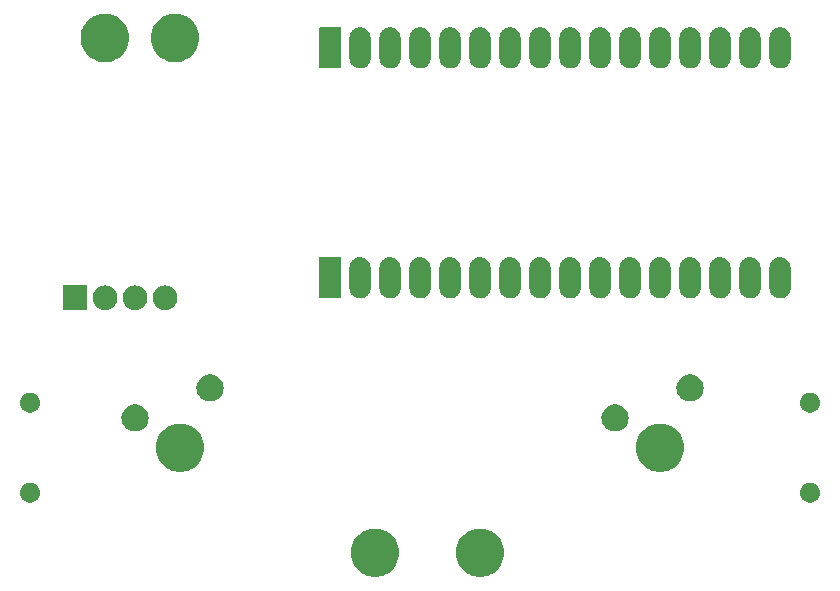
<source format=gts>
G04 #@! TF.GenerationSoftware,KiCad,Pcbnew,7.0.5*
G04 #@! TF.CreationDate,2023-07-05T00:08:01+08:00*
G04 #@! TF.ProjectId,exModule,65784d6f-6475-46c6-952e-6b696361645f,rev?*
G04 #@! TF.SameCoordinates,PX5734380PY32de760*
G04 #@! TF.FileFunction,Soldermask,Top*
G04 #@! TF.FilePolarity,Negative*
%FSLAX45Y45*%
G04 Gerber Fmt 4.5, Leading zero omitted, Abs format (unit mm)*
G04 Created by KiCad (PCBNEW 7.0.5) date 2023-07-05 00:08:01*
%MOMM*%
%LPD*%
G01*
G04 APERTURE LIST*
G04 APERTURE END LIST*
G36*
X-339192Y-1958288D02*
G01*
X-312250Y-1965836D01*
X-286587Y-1976983D01*
X-262681Y-1991521D01*
X-240977Y-2009179D01*
X-221879Y-2029627D01*
X-205744Y-2052485D01*
X-192872Y-2077328D01*
X-183502Y-2103692D01*
X-177809Y-2131086D01*
X-175900Y-2159000D01*
X-177809Y-2186914D01*
X-183502Y-2214308D01*
X-192872Y-2240672D01*
X-205744Y-2265515D01*
X-221879Y-2288373D01*
X-240977Y-2308821D01*
X-262681Y-2326479D01*
X-286587Y-2341017D01*
X-312250Y-2352164D01*
X-339192Y-2359712D01*
X-366910Y-2363522D01*
X-394890Y-2363522D01*
X-422608Y-2359712D01*
X-449550Y-2352164D01*
X-475213Y-2341017D01*
X-499119Y-2326479D01*
X-520823Y-2308821D01*
X-539921Y-2288373D01*
X-556056Y-2265515D01*
X-568928Y-2240672D01*
X-578298Y-2214308D01*
X-583991Y-2186914D01*
X-585900Y-2159000D01*
X-583991Y-2131086D01*
X-578298Y-2103692D01*
X-568928Y-2077328D01*
X-556056Y-2052485D01*
X-539921Y-2029627D01*
X-520823Y-2009179D01*
X-499119Y-1991521D01*
X-475213Y-1976983D01*
X-449550Y-1965836D01*
X-422608Y-1958288D01*
X-394890Y-1954478D01*
X-366910Y-1954478D01*
X-339192Y-1958288D01*
G37*
G36*
X549779Y-1958217D02*
G01*
X576721Y-1965766D01*
X602384Y-1976913D01*
X626290Y-1991450D01*
X647994Y-2009108D01*
X667092Y-2029556D01*
X683227Y-2052415D01*
X696099Y-2077257D01*
X705469Y-2103621D01*
X711161Y-2131015D01*
X713071Y-2158929D01*
X711161Y-2186844D01*
X705469Y-2214238D01*
X696099Y-2240602D01*
X683227Y-2265444D01*
X667092Y-2288302D01*
X647994Y-2308751D01*
X626290Y-2326408D01*
X602384Y-2340946D01*
X576721Y-2352093D01*
X549779Y-2359642D01*
X522060Y-2363451D01*
X494081Y-2363451D01*
X466362Y-2359642D01*
X439420Y-2352093D01*
X413757Y-2340946D01*
X389851Y-2326408D01*
X368147Y-2308751D01*
X349050Y-2288302D01*
X332915Y-2265444D01*
X320042Y-2240602D01*
X310673Y-2214238D01*
X304980Y-2186844D01*
X303071Y-2158929D01*
X304980Y-2131015D01*
X310673Y-2103621D01*
X320042Y-2077257D01*
X332915Y-2052415D01*
X349050Y-2029556D01*
X368147Y-2009108D01*
X389851Y-1991450D01*
X413757Y-1976913D01*
X439420Y-1965766D01*
X466362Y-1958217D01*
X494081Y-1954407D01*
X522060Y-1954407D01*
X549779Y-1958217D01*
G37*
G36*
X-3275734Y-1570160D02*
G01*
X-3259500Y-1577388D01*
X-3245124Y-1587833D01*
X-3233234Y-1601038D01*
X-3224349Y-1616427D01*
X-3218857Y-1633327D01*
X-3217000Y-1651000D01*
X-3218857Y-1668672D01*
X-3224349Y-1685573D01*
X-3233234Y-1700962D01*
X-3245124Y-1714167D01*
X-3259500Y-1724612D01*
X-3275734Y-1731840D01*
X-3293115Y-1735534D01*
X-3310885Y-1735534D01*
X-3328266Y-1731840D01*
X-3344500Y-1724612D01*
X-3358876Y-1714167D01*
X-3370766Y-1700962D01*
X-3379651Y-1685573D01*
X-3385142Y-1668672D01*
X-3387000Y-1651000D01*
X-3385142Y-1633327D01*
X-3379651Y-1616427D01*
X-3370766Y-1601038D01*
X-3358876Y-1587833D01*
X-3344500Y-1577388D01*
X-3328266Y-1570160D01*
X-3310885Y-1566466D01*
X-3293115Y-1566466D01*
X-3275734Y-1570160D01*
G37*
G36*
X3328266Y-1570160D02*
G01*
X3344500Y-1577388D01*
X3358876Y-1587833D01*
X3370766Y-1601038D01*
X3379651Y-1616427D01*
X3385142Y-1633327D01*
X3387000Y-1651000D01*
X3385142Y-1668672D01*
X3379651Y-1685573D01*
X3370766Y-1700962D01*
X3358876Y-1714167D01*
X3344500Y-1724612D01*
X3328266Y-1731840D01*
X3310885Y-1735534D01*
X3293115Y-1735534D01*
X3275734Y-1731840D01*
X3259500Y-1724612D01*
X3245124Y-1714167D01*
X3233234Y-1700962D01*
X3224349Y-1685573D01*
X3218857Y-1668672D01*
X3217000Y-1651000D01*
X3218857Y-1633327D01*
X3224349Y-1616427D01*
X3233234Y-1601038D01*
X3245124Y-1587833D01*
X3259500Y-1577388D01*
X3275734Y-1570160D01*
X3293115Y-1566466D01*
X3310885Y-1566466D01*
X3328266Y-1570160D01*
G37*
G36*
X-1990291Y-1069288D02*
G01*
X-1963350Y-1076837D01*
X-1937687Y-1087984D01*
X-1913780Y-1102521D01*
X-1892077Y-1120179D01*
X-1872979Y-1140627D01*
X-1856844Y-1163485D01*
X-1843972Y-1188328D01*
X-1834602Y-1214692D01*
X-1828909Y-1242086D01*
X-1827000Y-1270000D01*
X-1828909Y-1297914D01*
X-1834602Y-1325308D01*
X-1843972Y-1351672D01*
X-1856844Y-1376515D01*
X-1872979Y-1399373D01*
X-1892077Y-1419821D01*
X-1913780Y-1437479D01*
X-1937687Y-1452016D01*
X-1963350Y-1463163D01*
X-1990291Y-1470712D01*
X-2018010Y-1474522D01*
X-2045990Y-1474522D01*
X-2073708Y-1470712D01*
X-2100650Y-1463163D01*
X-2126313Y-1452016D01*
X-2150220Y-1437479D01*
X-2171923Y-1419821D01*
X-2191021Y-1399373D01*
X-2207156Y-1376515D01*
X-2220028Y-1351672D01*
X-2229398Y-1325308D01*
X-2235091Y-1297914D01*
X-2237000Y-1270000D01*
X-2235091Y-1242086D01*
X-2229398Y-1214692D01*
X-2220028Y-1188328D01*
X-2207156Y-1163485D01*
X-2191021Y-1140627D01*
X-2171923Y-1120179D01*
X-2150220Y-1102521D01*
X-2126313Y-1087984D01*
X-2100650Y-1076837D01*
X-2073708Y-1069288D01*
X-2045990Y-1065478D01*
X-2018010Y-1065478D01*
X-1990291Y-1069288D01*
G37*
G36*
X2073708Y-1069288D02*
G01*
X2100650Y-1076837D01*
X2126313Y-1087984D01*
X2150220Y-1102521D01*
X2171923Y-1120179D01*
X2191021Y-1140627D01*
X2207156Y-1163485D01*
X2220028Y-1188328D01*
X2229398Y-1214692D01*
X2235091Y-1242086D01*
X2237000Y-1270000D01*
X2235091Y-1297914D01*
X2229398Y-1325308D01*
X2220028Y-1351672D01*
X2207156Y-1376515D01*
X2191021Y-1399373D01*
X2171923Y-1419821D01*
X2150220Y-1437479D01*
X2126313Y-1452016D01*
X2100650Y-1463163D01*
X2073708Y-1470712D01*
X2045990Y-1474522D01*
X2018010Y-1474522D01*
X1990291Y-1470712D01*
X1963350Y-1463163D01*
X1937687Y-1452016D01*
X1913780Y-1437479D01*
X1892077Y-1419821D01*
X1872979Y-1399373D01*
X1856844Y-1376515D01*
X1843972Y-1351672D01*
X1834602Y-1325308D01*
X1828909Y-1297914D01*
X1827000Y-1270000D01*
X1828909Y-1242086D01*
X1834602Y-1214692D01*
X1843972Y-1188328D01*
X1856844Y-1163485D01*
X1872979Y-1140627D01*
X1892077Y-1120179D01*
X1913780Y-1102521D01*
X1937687Y-1087984D01*
X1963350Y-1076837D01*
X1990291Y-1069288D01*
X2018010Y-1065478D01*
X2045990Y-1065478D01*
X2073708Y-1069288D01*
G37*
G36*
X-2381529Y-905390D02*
G01*
X-2361740Y-913056D01*
X-2343697Y-924228D01*
X-2328014Y-938525D01*
X-2315225Y-955460D01*
X-2305766Y-974457D01*
X-2299958Y-994869D01*
X-2298000Y-1016000D01*
X-2299958Y-1037131D01*
X-2305766Y-1057543D01*
X-2315225Y-1076540D01*
X-2328014Y-1093475D01*
X-2343697Y-1107772D01*
X-2361740Y-1118944D01*
X-2381529Y-1126610D01*
X-2402389Y-1130509D01*
X-2423611Y-1130509D01*
X-2444471Y-1126610D01*
X-2464260Y-1118944D01*
X-2482303Y-1107772D01*
X-2497986Y-1093475D01*
X-2510775Y-1076540D01*
X-2520234Y-1057543D01*
X-2526042Y-1037131D01*
X-2528000Y-1016000D01*
X-2526042Y-994869D01*
X-2520234Y-974457D01*
X-2510775Y-955460D01*
X-2497986Y-938525D01*
X-2482303Y-924228D01*
X-2464260Y-913056D01*
X-2444471Y-905390D01*
X-2423611Y-901491D01*
X-2402389Y-901491D01*
X-2381529Y-905390D01*
G37*
G36*
X1682471Y-905390D02*
G01*
X1702260Y-913056D01*
X1720303Y-924228D01*
X1735986Y-938525D01*
X1748775Y-955460D01*
X1758234Y-974457D01*
X1764042Y-994869D01*
X1766000Y-1016000D01*
X1764042Y-1037131D01*
X1758234Y-1057543D01*
X1748775Y-1076540D01*
X1735986Y-1093475D01*
X1720303Y-1107772D01*
X1702260Y-1118944D01*
X1682471Y-1126610D01*
X1661611Y-1130509D01*
X1640389Y-1130509D01*
X1619529Y-1126610D01*
X1599740Y-1118944D01*
X1581697Y-1107772D01*
X1566014Y-1093475D01*
X1553225Y-1076540D01*
X1543766Y-1057543D01*
X1537958Y-1037131D01*
X1536000Y-1016000D01*
X1537958Y-994869D01*
X1543766Y-974457D01*
X1553225Y-955460D01*
X1566014Y-938525D01*
X1581697Y-924228D01*
X1599740Y-913056D01*
X1619529Y-905390D01*
X1640389Y-901491D01*
X1661611Y-901491D01*
X1682471Y-905390D01*
G37*
G36*
X-3275734Y-808160D02*
G01*
X-3259500Y-815388D01*
X-3245124Y-825833D01*
X-3233234Y-839038D01*
X-3224349Y-854427D01*
X-3218857Y-871327D01*
X-3217000Y-889000D01*
X-3218857Y-906672D01*
X-3224349Y-923573D01*
X-3233234Y-938962D01*
X-3245124Y-952167D01*
X-3259500Y-962612D01*
X-3275734Y-969840D01*
X-3293115Y-973534D01*
X-3310885Y-973534D01*
X-3328266Y-969840D01*
X-3344500Y-962612D01*
X-3358876Y-952167D01*
X-3370766Y-938962D01*
X-3379651Y-923573D01*
X-3385142Y-906672D01*
X-3387000Y-889000D01*
X-3385142Y-871327D01*
X-3379651Y-854427D01*
X-3370766Y-839038D01*
X-3358876Y-825833D01*
X-3344500Y-815388D01*
X-3328266Y-808160D01*
X-3310885Y-804466D01*
X-3293115Y-804466D01*
X-3275734Y-808160D01*
G37*
G36*
X3328266Y-808160D02*
G01*
X3344500Y-815388D01*
X3358876Y-825833D01*
X3370766Y-839038D01*
X3379651Y-854427D01*
X3385142Y-871327D01*
X3387000Y-889000D01*
X3385142Y-906672D01*
X3379651Y-923573D01*
X3370766Y-938962D01*
X3358876Y-952167D01*
X3344500Y-962612D01*
X3328266Y-969840D01*
X3310885Y-973534D01*
X3293115Y-973534D01*
X3275734Y-969840D01*
X3259500Y-962612D01*
X3245124Y-952167D01*
X3233234Y-938962D01*
X3224349Y-923573D01*
X3218857Y-906672D01*
X3217000Y-889000D01*
X3218857Y-871327D01*
X3224349Y-854427D01*
X3233234Y-839038D01*
X3245124Y-825833D01*
X3259500Y-815388D01*
X3275734Y-808160D01*
X3293115Y-804466D01*
X3310885Y-804466D01*
X3328266Y-808160D01*
G37*
G36*
X-1746529Y-651390D02*
G01*
X-1726740Y-659056D01*
X-1708697Y-670228D01*
X-1693014Y-684525D01*
X-1680225Y-701460D01*
X-1670766Y-720457D01*
X-1664958Y-740869D01*
X-1663000Y-762000D01*
X-1664958Y-783131D01*
X-1670766Y-803543D01*
X-1680225Y-822540D01*
X-1693014Y-839475D01*
X-1708697Y-853772D01*
X-1726740Y-864944D01*
X-1746529Y-872610D01*
X-1767389Y-876509D01*
X-1788611Y-876509D01*
X-1809471Y-872610D01*
X-1829260Y-864944D01*
X-1847303Y-853772D01*
X-1862986Y-839475D01*
X-1875775Y-822540D01*
X-1885234Y-803543D01*
X-1891042Y-783131D01*
X-1893000Y-762000D01*
X-1891042Y-740869D01*
X-1885234Y-720457D01*
X-1875775Y-701460D01*
X-1862986Y-684525D01*
X-1847303Y-670228D01*
X-1829260Y-659056D01*
X-1809471Y-651390D01*
X-1788611Y-647491D01*
X-1767389Y-647491D01*
X-1746529Y-651390D01*
G37*
G36*
X2317471Y-651390D02*
G01*
X2337260Y-659056D01*
X2355303Y-670228D01*
X2370986Y-684525D01*
X2383775Y-701460D01*
X2393234Y-720457D01*
X2399042Y-740869D01*
X2401000Y-762000D01*
X2399042Y-783131D01*
X2393234Y-803543D01*
X2383775Y-822540D01*
X2370986Y-839475D01*
X2355303Y-853772D01*
X2337260Y-864944D01*
X2317471Y-872610D01*
X2296611Y-876509D01*
X2275389Y-876509D01*
X2254529Y-872610D01*
X2234740Y-864944D01*
X2216697Y-853772D01*
X2201014Y-839475D01*
X2188225Y-822540D01*
X2178766Y-803543D01*
X2172958Y-783131D01*
X2171000Y-762000D01*
X2172958Y-740869D01*
X2178766Y-720457D01*
X2188225Y-701460D01*
X2201014Y-684525D01*
X2216697Y-670228D01*
X2234740Y-659056D01*
X2254529Y-651390D01*
X2275389Y-647491D01*
X2296611Y-647491D01*
X2317471Y-651390D01*
G37*
G36*
X-2819087Y104619D02*
G01*
X-2817464Y103535D01*
X-2816381Y101913D01*
X-2816000Y100000D01*
X-2816000Y-100000D01*
X-2816381Y-101913D01*
X-2817464Y-103535D01*
X-2819087Y-104619D01*
X-2821000Y-105000D01*
X-3021000Y-105000D01*
X-3022913Y-104619D01*
X-3024535Y-103535D01*
X-3025619Y-101913D01*
X-3026000Y-100000D01*
X-3026000Y100000D01*
X-3025619Y101913D01*
X-3024535Y103535D01*
X-3022913Y104619D01*
X-3021000Y105000D01*
X-2821000Y105000D01*
X-2819087Y104619D01*
G37*
G36*
X-2662236Y104531D02*
G01*
X-2657314Y104531D01*
X-2651833Y103506D01*
X-2646516Y102982D01*
X-2642476Y101757D01*
X-2638271Y100971D01*
X-2632449Y98715D01*
X-2626818Y97007D01*
X-2623601Y95288D01*
X-2620207Y93973D01*
X-2614309Y90321D01*
X-2608665Y87304D01*
X-2606294Y85358D01*
X-2603737Y83775D01*
X-2598069Y78609D01*
X-2592754Y74246D01*
X-2591179Y72327D01*
X-2589420Y70724D01*
X-2584313Y63961D01*
X-2579696Y58335D01*
X-2578803Y56664D01*
X-2577746Y55264D01*
X-2573540Y46818D01*
X-2569993Y40182D01*
X-2569614Y38935D01*
X-2569110Y37923D01*
X-2566134Y27461D01*
X-2564018Y20485D01*
X-2563948Y19779D01*
X-2563809Y19290D01*
X-2562364Y3691D01*
X-2562000Y0D01*
X-2562364Y-3691D01*
X-2563809Y-19290D01*
X-2563948Y-19778D01*
X-2564018Y-20485D01*
X-2566134Y-27462D01*
X-2569110Y-37922D01*
X-2569614Y-38934D01*
X-2569993Y-40182D01*
X-2573541Y-46820D01*
X-2577746Y-55264D01*
X-2578803Y-56664D01*
X-2579696Y-58335D01*
X-2584314Y-63963D01*
X-2589420Y-70724D01*
X-2591179Y-72327D01*
X-2592754Y-74246D01*
X-2598070Y-78609D01*
X-2603737Y-83775D01*
X-2606293Y-85358D01*
X-2608665Y-87304D01*
X-2614310Y-90321D01*
X-2620207Y-93973D01*
X-2623601Y-95287D01*
X-2626818Y-97007D01*
X-2632450Y-98716D01*
X-2638271Y-100971D01*
X-2642475Y-101757D01*
X-2646516Y-102982D01*
X-2651833Y-103506D01*
X-2657314Y-104531D01*
X-2662236Y-104531D01*
X-2667000Y-105000D01*
X-2671764Y-104531D01*
X-2676686Y-104531D01*
X-2682167Y-103506D01*
X-2687485Y-102982D01*
X-2691525Y-101757D01*
X-2695729Y-100971D01*
X-2701551Y-98715D01*
X-2707182Y-97007D01*
X-2710399Y-95288D01*
X-2713793Y-93973D01*
X-2719691Y-90321D01*
X-2725335Y-87304D01*
X-2727706Y-85358D01*
X-2730264Y-83775D01*
X-2735931Y-78608D01*
X-2741246Y-74246D01*
X-2742821Y-72327D01*
X-2744580Y-70724D01*
X-2749687Y-63961D01*
X-2754304Y-58335D01*
X-2755197Y-56664D01*
X-2756255Y-55264D01*
X-2760461Y-46817D01*
X-2764007Y-40182D01*
X-2764386Y-38935D01*
X-2764890Y-37922D01*
X-2767868Y-27457D01*
X-2769983Y-20485D01*
X-2770052Y-19779D01*
X-2770191Y-19290D01*
X-2771638Y-3674D01*
X-2772000Y0D01*
X-2771638Y3674D01*
X-2770191Y19290D01*
X-2770052Y19779D01*
X-2769983Y20485D01*
X-2767868Y27455D01*
X-2764890Y37923D01*
X-2764386Y38935D01*
X-2764007Y40182D01*
X-2760462Y46816D01*
X-2756255Y55264D01*
X-2755197Y56664D01*
X-2754304Y58335D01*
X-2749688Y63960D01*
X-2744580Y70724D01*
X-2742821Y72328D01*
X-2741246Y74246D01*
X-2735932Y78608D01*
X-2730264Y83775D01*
X-2727706Y85359D01*
X-2725335Y87304D01*
X-2719692Y90320D01*
X-2713793Y93973D01*
X-2710399Y95288D01*
X-2707182Y97007D01*
X-2701552Y98715D01*
X-2695729Y100971D01*
X-2691524Y101757D01*
X-2687485Y102982D01*
X-2682167Y103506D01*
X-2676686Y104531D01*
X-2671764Y104531D01*
X-2667000Y105000D01*
X-2662236Y104531D01*
G37*
G36*
X-2408236Y104531D02*
G01*
X-2403314Y104531D01*
X-2397833Y103506D01*
X-2392516Y102982D01*
X-2388476Y101757D01*
X-2384271Y100971D01*
X-2378449Y98715D01*
X-2372818Y97007D01*
X-2369601Y95288D01*
X-2366207Y93973D01*
X-2360309Y90321D01*
X-2354665Y87304D01*
X-2352294Y85358D01*
X-2349737Y83775D01*
X-2344069Y78609D01*
X-2338754Y74246D01*
X-2337179Y72327D01*
X-2335420Y70724D01*
X-2330313Y63961D01*
X-2325696Y58335D01*
X-2324803Y56664D01*
X-2323746Y55264D01*
X-2319540Y46818D01*
X-2315993Y40182D01*
X-2315614Y38935D01*
X-2315110Y37923D01*
X-2312134Y27461D01*
X-2310018Y20485D01*
X-2309948Y19779D01*
X-2309809Y19290D01*
X-2308364Y3691D01*
X-2308000Y0D01*
X-2308364Y-3691D01*
X-2309809Y-19290D01*
X-2309948Y-19778D01*
X-2310018Y-20485D01*
X-2312134Y-27462D01*
X-2315110Y-37922D01*
X-2315614Y-38934D01*
X-2315993Y-40182D01*
X-2319541Y-46820D01*
X-2323746Y-55264D01*
X-2324803Y-56664D01*
X-2325696Y-58335D01*
X-2330314Y-63963D01*
X-2335420Y-70724D01*
X-2337179Y-72327D01*
X-2338754Y-74246D01*
X-2344070Y-78609D01*
X-2349737Y-83775D01*
X-2352293Y-85358D01*
X-2354665Y-87304D01*
X-2360310Y-90321D01*
X-2366207Y-93973D01*
X-2369601Y-95287D01*
X-2372818Y-97007D01*
X-2378450Y-98716D01*
X-2384271Y-100971D01*
X-2388475Y-101757D01*
X-2392516Y-102982D01*
X-2397833Y-103506D01*
X-2403314Y-104531D01*
X-2408236Y-104531D01*
X-2413000Y-105000D01*
X-2417764Y-104531D01*
X-2422686Y-104531D01*
X-2428167Y-103506D01*
X-2433485Y-102982D01*
X-2437525Y-101757D01*
X-2441729Y-100971D01*
X-2447551Y-98715D01*
X-2453182Y-97007D01*
X-2456399Y-95288D01*
X-2459793Y-93973D01*
X-2465691Y-90321D01*
X-2471335Y-87304D01*
X-2473706Y-85358D01*
X-2476264Y-83775D01*
X-2481931Y-78608D01*
X-2487246Y-74246D01*
X-2488821Y-72327D01*
X-2490580Y-70724D01*
X-2495687Y-63961D01*
X-2500304Y-58335D01*
X-2501197Y-56664D01*
X-2502255Y-55264D01*
X-2506461Y-46817D01*
X-2510007Y-40182D01*
X-2510386Y-38935D01*
X-2510890Y-37922D01*
X-2513868Y-27457D01*
X-2515983Y-20485D01*
X-2516052Y-19779D01*
X-2516191Y-19290D01*
X-2517638Y-3674D01*
X-2518000Y0D01*
X-2517638Y3674D01*
X-2516191Y19290D01*
X-2516052Y19779D01*
X-2515983Y20485D01*
X-2513868Y27455D01*
X-2510890Y37923D01*
X-2510386Y38935D01*
X-2510007Y40182D01*
X-2506462Y46816D01*
X-2502255Y55264D01*
X-2501197Y56664D01*
X-2500304Y58335D01*
X-2495688Y63960D01*
X-2490580Y70724D01*
X-2488821Y72328D01*
X-2487246Y74246D01*
X-2481932Y78608D01*
X-2476264Y83775D01*
X-2473706Y85359D01*
X-2471335Y87304D01*
X-2465692Y90320D01*
X-2459793Y93973D01*
X-2456399Y95288D01*
X-2453182Y97007D01*
X-2447552Y98715D01*
X-2441729Y100971D01*
X-2437524Y101757D01*
X-2433485Y102982D01*
X-2428167Y103506D01*
X-2422686Y104531D01*
X-2417764Y104531D01*
X-2413000Y105000D01*
X-2408236Y104531D01*
G37*
G36*
X-2154236Y104531D02*
G01*
X-2149314Y104531D01*
X-2143833Y103506D01*
X-2138516Y102982D01*
X-2134476Y101757D01*
X-2130271Y100971D01*
X-2124449Y98715D01*
X-2118818Y97007D01*
X-2115601Y95288D01*
X-2112207Y93973D01*
X-2106309Y90321D01*
X-2100665Y87304D01*
X-2098294Y85358D01*
X-2095736Y83775D01*
X-2090069Y78609D01*
X-2084754Y74246D01*
X-2083179Y72327D01*
X-2081420Y70724D01*
X-2076313Y63961D01*
X-2071696Y58335D01*
X-2070803Y56664D01*
X-2069745Y55264D01*
X-2065540Y46818D01*
X-2061993Y40182D01*
X-2061614Y38935D01*
X-2061110Y37923D01*
X-2058134Y27461D01*
X-2056017Y20485D01*
X-2055948Y19779D01*
X-2055809Y19290D01*
X-2054364Y3691D01*
X-2054000Y0D01*
X-2054364Y-3691D01*
X-2055809Y-19290D01*
X-2055948Y-19778D01*
X-2056017Y-20485D01*
X-2058134Y-27462D01*
X-2061110Y-37922D01*
X-2061614Y-38934D01*
X-2061993Y-40182D01*
X-2065541Y-46820D01*
X-2069745Y-55264D01*
X-2070802Y-56664D01*
X-2071696Y-58335D01*
X-2076314Y-63963D01*
X-2081420Y-70724D01*
X-2083179Y-72327D01*
X-2084754Y-74246D01*
X-2090070Y-78609D01*
X-2095736Y-83775D01*
X-2098293Y-85358D01*
X-2100665Y-87304D01*
X-2106310Y-90321D01*
X-2112207Y-93973D01*
X-2115601Y-95287D01*
X-2118818Y-97007D01*
X-2124450Y-98716D01*
X-2130271Y-100971D01*
X-2134475Y-101757D01*
X-2138516Y-102982D01*
X-2143833Y-103506D01*
X-2149314Y-104531D01*
X-2154236Y-104531D01*
X-2159000Y-105000D01*
X-2163764Y-104531D01*
X-2168686Y-104531D01*
X-2174167Y-103506D01*
X-2179485Y-102982D01*
X-2183525Y-101757D01*
X-2187729Y-100971D01*
X-2193551Y-98715D01*
X-2199182Y-97007D01*
X-2202399Y-95288D01*
X-2205793Y-93973D01*
X-2211691Y-90321D01*
X-2217335Y-87304D01*
X-2219706Y-85358D01*
X-2222264Y-83775D01*
X-2227931Y-78608D01*
X-2233246Y-74246D01*
X-2234821Y-72327D01*
X-2236580Y-70724D01*
X-2241687Y-63961D01*
X-2246304Y-58335D01*
X-2247197Y-56664D01*
X-2248255Y-55264D01*
X-2252461Y-46817D01*
X-2256007Y-40182D01*
X-2256386Y-38935D01*
X-2256890Y-37922D01*
X-2259868Y-27457D01*
X-2261983Y-20485D01*
X-2262052Y-19779D01*
X-2262191Y-19290D01*
X-2263638Y-3674D01*
X-2264000Y0D01*
X-2263638Y3674D01*
X-2262191Y19290D01*
X-2262052Y19779D01*
X-2261983Y20485D01*
X-2259868Y27455D01*
X-2256890Y37923D01*
X-2256386Y38935D01*
X-2256007Y40182D01*
X-2252462Y46816D01*
X-2248255Y55264D01*
X-2247197Y56664D01*
X-2246304Y58335D01*
X-2241688Y63960D01*
X-2236580Y70724D01*
X-2234821Y72328D01*
X-2233246Y74246D01*
X-2227932Y78608D01*
X-2222264Y83775D01*
X-2219706Y85359D01*
X-2217335Y87304D01*
X-2211692Y90320D01*
X-2205793Y93973D01*
X-2202399Y95288D01*
X-2199182Y97007D01*
X-2193552Y98715D01*
X-2187729Y100971D01*
X-2183524Y101757D01*
X-2179485Y102982D01*
X-2174167Y103506D01*
X-2168686Y104531D01*
X-2163764Y104531D01*
X-2159000Y105000D01*
X-2154236Y104531D01*
G37*
G36*
X-675087Y343619D02*
G01*
X-673465Y342536D01*
X-672381Y340913D01*
X-672000Y339000D01*
X-672000Y0D01*
X-672381Y-1913D01*
X-673465Y-3535D01*
X-675087Y-4619D01*
X-677000Y-5000D01*
X-847000Y-5000D01*
X-848913Y-4619D01*
X-850535Y-3535D01*
X-851619Y-1913D01*
X-852000Y0D01*
X-852000Y339000D01*
X-851619Y340913D01*
X-850535Y342536D01*
X-848913Y343619D01*
X-847000Y344000D01*
X-677000Y344000D01*
X-675087Y343619D01*
G37*
G36*
X-505621Y343507D02*
G01*
X-498592Y343507D01*
X-496390Y343039D01*
X-494375Y342937D01*
X-487342Y341116D01*
X-480188Y339595D01*
X-478408Y338803D01*
X-476751Y338374D01*
X-469936Y335030D01*
X-463000Y331942D01*
X-461669Y330975D01*
X-460407Y330356D01*
X-454140Y325505D01*
X-447778Y320883D01*
X-446880Y319886D01*
X-446011Y319213D01*
X-440617Y312930D01*
X-435188Y306901D01*
X-434669Y306001D01*
X-434152Y305399D01*
X-429941Y297812D01*
X-425781Y290606D01*
X-425554Y289908D01*
X-425318Y289482D01*
X-422565Y280710D01*
X-419967Y272712D01*
X-419922Y272284D01*
X-419868Y272111D01*
X-418794Y261553D01*
X-418000Y254000D01*
X-418000Y85000D01*
X-418012Y84882D01*
X-418462Y76022D01*
X-419448Y71224D01*
X-419967Y66288D01*
X-421315Y62138D01*
X-422152Y58065D01*
X-424155Y53398D01*
X-425781Y48394D01*
X-427812Y44875D01*
X-429331Y41335D01*
X-432408Y36915D01*
X-435188Y32099D01*
X-437706Y29303D01*
X-439731Y26393D01*
X-443858Y22470D01*
X-447778Y18117D01*
X-450578Y16083D01*
X-452926Y13850D01*
X-458022Y10675D01*
X-463000Y7058D01*
X-465886Y5773D01*
X-468376Y4221D01*
X-474298Y2028D01*
X-480188Y-595D01*
X-482983Y-1189D01*
X-485448Y-2102D01*
X-492000Y-3106D01*
X-498592Y-4507D01*
X-501147Y-4507D01*
X-503443Y-4859D01*
X-510377Y-4507D01*
X-517408Y-4507D01*
X-519611Y-4039D01*
X-521625Y-3937D01*
X-528656Y-2116D01*
X-535812Y-595D01*
X-537592Y198D01*
X-539249Y627D01*
X-546063Y3969D01*
X-553000Y7058D01*
X-554331Y8025D01*
X-555593Y8644D01*
X-561860Y13495D01*
X-568222Y18117D01*
X-569120Y19115D01*
X-569989Y19788D01*
X-575383Y26071D01*
X-580812Y32099D01*
X-581331Y32999D01*
X-581848Y33601D01*
X-586060Y41191D01*
X-590219Y48394D01*
X-590446Y49092D01*
X-590683Y49518D01*
X-593437Y58296D01*
X-596033Y66288D01*
X-596078Y66716D01*
X-596133Y66889D01*
X-597207Y77455D01*
X-598000Y85000D01*
X-598000Y254000D01*
X-597988Y254118D01*
X-597538Y262978D01*
X-596552Y267778D01*
X-596033Y272712D01*
X-594685Y276861D01*
X-593848Y280935D01*
X-591845Y285603D01*
X-590219Y290606D01*
X-588188Y294124D01*
X-586669Y297665D01*
X-583591Y302087D01*
X-580812Y306901D01*
X-578295Y309696D01*
X-576269Y312607D01*
X-572141Y316531D01*
X-568222Y320883D01*
X-565423Y322917D01*
X-563074Y325150D01*
X-557977Y328327D01*
X-553000Y331942D01*
X-550115Y333227D01*
X-547624Y334779D01*
X-541700Y336973D01*
X-535812Y339595D01*
X-533018Y340189D01*
X-530552Y341102D01*
X-523998Y342106D01*
X-517408Y343507D01*
X-514854Y343507D01*
X-512557Y343859D01*
X-505621Y343507D01*
G37*
G36*
X-251621Y343507D02*
G01*
X-244592Y343507D01*
X-242390Y343039D01*
X-240375Y342937D01*
X-233342Y341116D01*
X-226188Y339595D01*
X-224408Y338803D01*
X-222751Y338374D01*
X-215936Y335030D01*
X-209000Y331942D01*
X-207669Y330975D01*
X-206407Y330356D01*
X-200140Y325505D01*
X-193778Y320883D01*
X-192880Y319886D01*
X-192011Y319213D01*
X-186617Y312930D01*
X-181188Y306901D01*
X-180669Y306001D01*
X-180152Y305399D01*
X-175941Y297812D01*
X-171781Y290606D01*
X-171554Y289908D01*
X-171318Y289482D01*
X-168565Y280710D01*
X-165967Y272712D01*
X-165922Y272284D01*
X-165868Y272111D01*
X-164794Y261553D01*
X-164000Y254000D01*
X-164000Y85000D01*
X-164013Y84882D01*
X-164462Y76022D01*
X-165448Y71224D01*
X-165967Y66288D01*
X-167315Y62138D01*
X-168152Y58065D01*
X-170155Y53398D01*
X-171781Y48394D01*
X-173813Y44875D01*
X-175331Y41335D01*
X-178408Y36915D01*
X-181188Y32099D01*
X-183706Y29303D01*
X-185731Y26393D01*
X-189858Y22470D01*
X-193778Y18117D01*
X-196578Y16083D01*
X-198926Y13850D01*
X-204022Y10675D01*
X-209000Y7058D01*
X-211886Y5773D01*
X-214376Y4221D01*
X-220298Y2028D01*
X-226188Y-595D01*
X-228983Y-1189D01*
X-231448Y-2102D01*
X-238000Y-3106D01*
X-244592Y-4507D01*
X-247147Y-4507D01*
X-249443Y-4859D01*
X-256377Y-4507D01*
X-263408Y-4507D01*
X-265611Y-4039D01*
X-267625Y-3937D01*
X-274656Y-2116D01*
X-281812Y-595D01*
X-283592Y198D01*
X-285249Y627D01*
X-292063Y3969D01*
X-299000Y7058D01*
X-300331Y8025D01*
X-301593Y8644D01*
X-307860Y13495D01*
X-314222Y18117D01*
X-315120Y19115D01*
X-315989Y19788D01*
X-321383Y26071D01*
X-326812Y32099D01*
X-327331Y32999D01*
X-327848Y33601D01*
X-332060Y41191D01*
X-336219Y48394D01*
X-336446Y49092D01*
X-336683Y49518D01*
X-339437Y58296D01*
X-342033Y66288D01*
X-342078Y66716D01*
X-342133Y66889D01*
X-343207Y77455D01*
X-344000Y85000D01*
X-344000Y254000D01*
X-343988Y254118D01*
X-343538Y262978D01*
X-342552Y267778D01*
X-342033Y272712D01*
X-340685Y276861D01*
X-339848Y280935D01*
X-337845Y285603D01*
X-336219Y290606D01*
X-334188Y294124D01*
X-332669Y297665D01*
X-329591Y302087D01*
X-326812Y306901D01*
X-324295Y309696D01*
X-322269Y312607D01*
X-318141Y316531D01*
X-314222Y320883D01*
X-311423Y322917D01*
X-309074Y325150D01*
X-303977Y328327D01*
X-299000Y331942D01*
X-296115Y333227D01*
X-293624Y334779D01*
X-287700Y336973D01*
X-281812Y339595D01*
X-279018Y340189D01*
X-276552Y341102D01*
X-269998Y342106D01*
X-263408Y343507D01*
X-260854Y343507D01*
X-258557Y343859D01*
X-251621Y343507D01*
G37*
G36*
X2379Y343507D02*
G01*
X9408Y343507D01*
X11610Y343039D01*
X13625Y342937D01*
X20658Y341116D01*
X27811Y339595D01*
X29591Y338803D01*
X31249Y338374D01*
X38064Y335030D01*
X45000Y331942D01*
X46331Y330975D01*
X47593Y330356D01*
X53860Y325505D01*
X60222Y320883D01*
X61120Y319886D01*
X61989Y319213D01*
X67383Y312930D01*
X72812Y306901D01*
X73331Y306001D01*
X73848Y305399D01*
X78059Y297812D01*
X82219Y290606D01*
X82446Y289908D01*
X82682Y289482D01*
X85435Y280710D01*
X88033Y272712D01*
X88078Y272284D01*
X88132Y272111D01*
X89206Y261553D01*
X90000Y254000D01*
X90000Y85000D01*
X89987Y84882D01*
X89538Y76022D01*
X88552Y71224D01*
X88033Y66288D01*
X86685Y62138D01*
X85848Y58065D01*
X83845Y53398D01*
X82219Y48394D01*
X80188Y44875D01*
X78669Y41335D01*
X75592Y36915D01*
X72812Y32099D01*
X70294Y29303D01*
X68269Y26393D01*
X64142Y22470D01*
X60222Y18117D01*
X57421Y16083D01*
X55073Y13850D01*
X49978Y10675D01*
X45000Y7058D01*
X42114Y5773D01*
X39624Y4221D01*
X33702Y2028D01*
X27811Y-595D01*
X25016Y-1189D01*
X22552Y-2102D01*
X16000Y-3106D01*
X9408Y-4507D01*
X6853Y-4507D01*
X4557Y-4859D01*
X-2378Y-4507D01*
X-9408Y-4507D01*
X-11611Y-4039D01*
X-13625Y-3937D01*
X-20656Y-2116D01*
X-27811Y-595D01*
X-29592Y198D01*
X-31249Y627D01*
X-38063Y3969D01*
X-45000Y7058D01*
X-46331Y8025D01*
X-47593Y8644D01*
X-53860Y13495D01*
X-60222Y18117D01*
X-61120Y19115D01*
X-61989Y19788D01*
X-67383Y26071D01*
X-72812Y32099D01*
X-73331Y32999D01*
X-73848Y33601D01*
X-78060Y41191D01*
X-82219Y48394D01*
X-82446Y49092D01*
X-82683Y49518D01*
X-85437Y58296D01*
X-88033Y66288D01*
X-88078Y66716D01*
X-88132Y66889D01*
X-89207Y77455D01*
X-90000Y85000D01*
X-90000Y254000D01*
X-89988Y254118D01*
X-89538Y262978D01*
X-88552Y267778D01*
X-88033Y272712D01*
X-86685Y276861D01*
X-85848Y280935D01*
X-83845Y285603D01*
X-82219Y290606D01*
X-80188Y294124D01*
X-78669Y297665D01*
X-75591Y302087D01*
X-72812Y306901D01*
X-70295Y309696D01*
X-68269Y312607D01*
X-64140Y316531D01*
X-60222Y320883D01*
X-57422Y322917D01*
X-55074Y325150D01*
X-49976Y328327D01*
X-45000Y331942D01*
X-42115Y333227D01*
X-39624Y334779D01*
X-33700Y336973D01*
X-27811Y339595D01*
X-25017Y340189D01*
X-22552Y341102D01*
X-15998Y342106D01*
X-9408Y343507D01*
X-6854Y343507D01*
X-4558Y343859D01*
X2379Y343507D01*
G37*
G36*
X256379Y343507D02*
G01*
X263408Y343507D01*
X265610Y343039D01*
X267625Y342937D01*
X274658Y341116D01*
X281812Y339595D01*
X283592Y338803D01*
X285249Y338374D01*
X292064Y335030D01*
X299000Y331942D01*
X300331Y330975D01*
X301593Y330356D01*
X307860Y325505D01*
X314222Y320883D01*
X315120Y319886D01*
X315989Y319213D01*
X321383Y312930D01*
X326812Y306901D01*
X327331Y306001D01*
X327848Y305399D01*
X332059Y297812D01*
X336219Y290606D01*
X336446Y289908D01*
X336682Y289482D01*
X339435Y280710D01*
X342033Y272712D01*
X342078Y272284D01*
X342132Y272111D01*
X343206Y261553D01*
X344000Y254000D01*
X344000Y85000D01*
X343988Y84882D01*
X343538Y76022D01*
X342552Y71224D01*
X342033Y66288D01*
X340685Y62138D01*
X339848Y58065D01*
X337845Y53398D01*
X336219Y48394D01*
X334188Y44875D01*
X332669Y41335D01*
X329592Y36915D01*
X326812Y32099D01*
X324294Y29303D01*
X322269Y26393D01*
X318142Y22470D01*
X314222Y18117D01*
X311422Y16083D01*
X309074Y13850D01*
X303978Y10675D01*
X299000Y7058D01*
X296114Y5773D01*
X293624Y4221D01*
X287702Y2028D01*
X281812Y-595D01*
X279017Y-1189D01*
X276552Y-2102D01*
X270000Y-3106D01*
X263408Y-4507D01*
X260853Y-4507D01*
X258557Y-4859D01*
X251622Y-4507D01*
X244592Y-4507D01*
X242389Y-4039D01*
X240375Y-3937D01*
X233344Y-2116D01*
X226188Y-595D01*
X224408Y198D01*
X222751Y627D01*
X215937Y3969D01*
X209000Y7058D01*
X207669Y8025D01*
X206407Y8644D01*
X200140Y13495D01*
X193778Y18117D01*
X192880Y19115D01*
X192011Y19788D01*
X186617Y26071D01*
X181188Y32099D01*
X180669Y32999D01*
X180152Y33601D01*
X175940Y41191D01*
X171781Y48394D01*
X171554Y49092D01*
X171318Y49518D01*
X168563Y58296D01*
X165967Y66288D01*
X165922Y66716D01*
X165868Y66889D01*
X164793Y77455D01*
X164000Y85000D01*
X164000Y254000D01*
X164012Y254118D01*
X164462Y262978D01*
X165448Y267778D01*
X165967Y272712D01*
X167315Y276861D01*
X168152Y280935D01*
X170155Y285603D01*
X171781Y290606D01*
X173812Y294124D01*
X175331Y297665D01*
X178409Y302087D01*
X181188Y306901D01*
X183705Y309696D01*
X185731Y312607D01*
X189859Y316531D01*
X193778Y320883D01*
X196577Y322917D01*
X198926Y325150D01*
X204023Y328327D01*
X209000Y331942D01*
X211885Y333227D01*
X214376Y334779D01*
X220300Y336973D01*
X226188Y339595D01*
X228982Y340189D01*
X231448Y341102D01*
X238002Y342106D01*
X244592Y343507D01*
X247146Y343507D01*
X249442Y343859D01*
X256379Y343507D01*
G37*
G36*
X510379Y343507D02*
G01*
X517408Y343507D01*
X519610Y343039D01*
X521625Y342937D01*
X528658Y341116D01*
X535812Y339595D01*
X537592Y338803D01*
X539249Y338374D01*
X546064Y335030D01*
X553000Y331942D01*
X554331Y330975D01*
X555593Y330356D01*
X561860Y325505D01*
X568222Y320883D01*
X569120Y319886D01*
X569989Y319213D01*
X575383Y312930D01*
X580812Y306901D01*
X581331Y306001D01*
X581848Y305399D01*
X586059Y297812D01*
X590219Y290606D01*
X590446Y289908D01*
X590682Y289482D01*
X593435Y280710D01*
X596033Y272712D01*
X596078Y272284D01*
X596132Y272111D01*
X597206Y261553D01*
X598000Y254000D01*
X598000Y85000D01*
X597988Y84882D01*
X597538Y76022D01*
X596552Y71224D01*
X596033Y66288D01*
X594685Y62138D01*
X593848Y58065D01*
X591845Y53398D01*
X590219Y48394D01*
X588188Y44875D01*
X586669Y41335D01*
X583592Y36915D01*
X580812Y32099D01*
X578294Y29303D01*
X576269Y26393D01*
X572142Y22470D01*
X568222Y18117D01*
X565422Y16083D01*
X563074Y13850D01*
X557978Y10675D01*
X553000Y7058D01*
X550114Y5773D01*
X547624Y4221D01*
X541702Y2028D01*
X535812Y-595D01*
X533017Y-1189D01*
X530552Y-2102D01*
X524000Y-3106D01*
X517408Y-4507D01*
X514853Y-4507D01*
X512557Y-4859D01*
X505622Y-4507D01*
X498592Y-4507D01*
X496389Y-4039D01*
X494375Y-3937D01*
X487344Y-2116D01*
X480188Y-595D01*
X478408Y198D01*
X476751Y627D01*
X469937Y3969D01*
X463000Y7058D01*
X461669Y8025D01*
X460407Y8644D01*
X454140Y13495D01*
X447778Y18117D01*
X446880Y19115D01*
X446011Y19788D01*
X440617Y26071D01*
X435188Y32099D01*
X434669Y32999D01*
X434152Y33601D01*
X429940Y41191D01*
X425781Y48394D01*
X425554Y49092D01*
X425317Y49518D01*
X422563Y58296D01*
X419967Y66288D01*
X419922Y66716D01*
X419867Y66889D01*
X418793Y77455D01*
X418000Y85000D01*
X418000Y254000D01*
X418012Y254118D01*
X418462Y262978D01*
X419448Y267778D01*
X419967Y272712D01*
X421315Y276861D01*
X422152Y280935D01*
X424155Y285603D01*
X425781Y290606D01*
X427812Y294124D01*
X429331Y297665D01*
X432409Y302087D01*
X435188Y306901D01*
X437705Y309696D01*
X439731Y312607D01*
X443859Y316531D01*
X447778Y320883D01*
X450577Y322917D01*
X452926Y325150D01*
X458023Y328327D01*
X463000Y331942D01*
X465885Y333227D01*
X468376Y334779D01*
X474300Y336973D01*
X480188Y339595D01*
X482982Y340189D01*
X485448Y341102D01*
X492002Y342106D01*
X498592Y343507D01*
X501146Y343507D01*
X503442Y343859D01*
X510379Y343507D01*
G37*
G36*
X764379Y343507D02*
G01*
X771408Y343507D01*
X773610Y343039D01*
X775625Y342937D01*
X782658Y341116D01*
X789811Y339595D01*
X791591Y338803D01*
X793249Y338374D01*
X800064Y335030D01*
X807000Y331942D01*
X808331Y330975D01*
X809593Y330356D01*
X815860Y325505D01*
X822222Y320883D01*
X823120Y319886D01*
X823989Y319213D01*
X829383Y312930D01*
X834811Y306901D01*
X835331Y306001D01*
X835847Y305399D01*
X840059Y297812D01*
X844219Y290606D01*
X844446Y289908D01*
X844682Y289482D01*
X847435Y280710D01*
X850033Y272712D01*
X850078Y272284D01*
X850132Y272111D01*
X851206Y261553D01*
X852000Y254000D01*
X852000Y85000D01*
X851987Y84882D01*
X851538Y76022D01*
X850552Y71224D01*
X850033Y66288D01*
X848685Y62138D01*
X847848Y58065D01*
X845845Y53398D01*
X844219Y48394D01*
X842187Y44875D01*
X840669Y41335D01*
X837592Y36915D01*
X834811Y32099D01*
X832294Y29303D01*
X830269Y26393D01*
X826142Y22470D01*
X822222Y18117D01*
X819421Y16083D01*
X817073Y13850D01*
X811978Y10675D01*
X807000Y7058D01*
X804114Y5773D01*
X801624Y4221D01*
X795702Y2028D01*
X789811Y-595D01*
X787016Y-1189D01*
X784552Y-2102D01*
X778000Y-3106D01*
X771408Y-4507D01*
X768853Y-4507D01*
X766557Y-4859D01*
X759622Y-4507D01*
X752592Y-4507D01*
X750389Y-4039D01*
X748375Y-3937D01*
X741344Y-2116D01*
X734188Y-595D01*
X732408Y198D01*
X730751Y627D01*
X723937Y3969D01*
X717000Y7058D01*
X715669Y8025D01*
X714407Y8644D01*
X708140Y13495D01*
X701778Y18117D01*
X700880Y19115D01*
X700011Y19788D01*
X694617Y26071D01*
X689189Y32099D01*
X688669Y32999D01*
X688152Y33601D01*
X683940Y41191D01*
X679781Y48394D01*
X679554Y49092D01*
X679318Y49518D01*
X676563Y58296D01*
X673967Y66288D01*
X673922Y66716D01*
X673868Y66889D01*
X672793Y77455D01*
X672000Y85000D01*
X672000Y254000D01*
X672012Y254118D01*
X672462Y262978D01*
X673448Y267778D01*
X673967Y272712D01*
X675315Y276861D01*
X676152Y280935D01*
X678155Y285603D01*
X679781Y290606D01*
X681812Y294124D01*
X683331Y297665D01*
X686409Y302087D01*
X689189Y306901D01*
X691705Y309696D01*
X693731Y312607D01*
X697860Y316531D01*
X701778Y320883D01*
X704577Y322917D01*
X706926Y325150D01*
X712023Y328327D01*
X717000Y331942D01*
X719885Y333227D01*
X722376Y334779D01*
X728300Y336973D01*
X734188Y339595D01*
X736982Y340189D01*
X739448Y341102D01*
X746002Y342106D01*
X752592Y343507D01*
X755146Y343507D01*
X757442Y343859D01*
X764379Y343507D01*
G37*
G36*
X1018379Y343507D02*
G01*
X1025408Y343507D01*
X1027610Y343039D01*
X1029625Y342937D01*
X1036658Y341116D01*
X1043811Y339595D01*
X1045591Y338803D01*
X1047249Y338374D01*
X1054064Y335030D01*
X1061000Y331942D01*
X1062331Y330975D01*
X1063593Y330356D01*
X1069860Y325505D01*
X1076222Y320883D01*
X1077120Y319886D01*
X1077989Y319213D01*
X1083383Y312930D01*
X1088812Y306901D01*
X1089331Y306001D01*
X1089848Y305399D01*
X1094059Y297812D01*
X1098219Y290606D01*
X1098446Y289908D01*
X1098682Y289482D01*
X1101435Y280710D01*
X1104033Y272712D01*
X1104078Y272284D01*
X1104132Y272111D01*
X1105206Y261553D01*
X1106000Y254000D01*
X1106000Y85000D01*
X1105988Y84882D01*
X1105538Y76022D01*
X1104552Y71224D01*
X1104033Y66288D01*
X1102685Y62138D01*
X1101848Y58065D01*
X1099845Y53398D01*
X1098219Y48394D01*
X1096188Y44875D01*
X1094669Y41335D01*
X1091592Y36915D01*
X1088812Y32099D01*
X1086294Y29303D01*
X1084269Y26393D01*
X1080142Y22470D01*
X1076222Y18117D01*
X1073422Y16083D01*
X1071074Y13850D01*
X1065978Y10675D01*
X1061000Y7058D01*
X1058114Y5773D01*
X1055624Y4221D01*
X1049702Y2028D01*
X1043811Y-595D01*
X1041016Y-1189D01*
X1038552Y-2102D01*
X1032000Y-3106D01*
X1025408Y-4507D01*
X1022853Y-4507D01*
X1020557Y-4859D01*
X1013622Y-4507D01*
X1006592Y-4507D01*
X1004389Y-4039D01*
X1002375Y-3937D01*
X995344Y-2116D01*
X988188Y-595D01*
X986408Y198D01*
X984751Y627D01*
X977937Y3969D01*
X971000Y7058D01*
X969669Y8025D01*
X968407Y8644D01*
X962140Y13495D01*
X955778Y18117D01*
X954880Y19115D01*
X954011Y19788D01*
X948617Y26071D01*
X943188Y32099D01*
X942669Y32999D01*
X942152Y33601D01*
X937940Y41191D01*
X933781Y48394D01*
X933554Y49092D01*
X933317Y49518D01*
X930563Y58296D01*
X927967Y66288D01*
X927922Y66716D01*
X927867Y66889D01*
X926793Y77455D01*
X926000Y85000D01*
X926000Y254000D01*
X926012Y254118D01*
X926462Y262978D01*
X927448Y267778D01*
X927967Y272712D01*
X929315Y276861D01*
X930152Y280935D01*
X932155Y285603D01*
X933781Y290606D01*
X935812Y294124D01*
X937331Y297665D01*
X940409Y302087D01*
X943188Y306901D01*
X945705Y309696D01*
X947731Y312607D01*
X951859Y316531D01*
X955778Y320883D01*
X958577Y322917D01*
X960926Y325150D01*
X966023Y328327D01*
X971000Y331942D01*
X973885Y333227D01*
X976376Y334779D01*
X982300Y336973D01*
X988188Y339595D01*
X990982Y340189D01*
X993448Y341102D01*
X1000002Y342106D01*
X1006592Y343507D01*
X1009146Y343507D01*
X1011442Y343859D01*
X1018379Y343507D01*
G37*
G36*
X1272379Y343507D02*
G01*
X1279408Y343507D01*
X1281610Y343039D01*
X1283625Y342937D01*
X1290658Y341116D01*
X1297812Y339595D01*
X1299592Y338803D01*
X1301249Y338374D01*
X1308064Y335030D01*
X1315000Y331942D01*
X1316331Y330975D01*
X1317593Y330356D01*
X1323860Y325505D01*
X1330222Y320883D01*
X1331120Y319886D01*
X1331989Y319213D01*
X1337383Y312930D01*
X1342812Y306901D01*
X1343331Y306001D01*
X1343848Y305399D01*
X1348059Y297812D01*
X1352219Y290606D01*
X1352446Y289908D01*
X1352682Y289482D01*
X1355435Y280710D01*
X1358033Y272712D01*
X1358078Y272284D01*
X1358132Y272111D01*
X1359206Y261553D01*
X1360000Y254000D01*
X1360000Y85000D01*
X1359988Y84882D01*
X1359538Y76022D01*
X1358552Y71224D01*
X1358033Y66288D01*
X1356685Y62138D01*
X1355848Y58065D01*
X1353845Y53398D01*
X1352219Y48394D01*
X1350188Y44875D01*
X1348669Y41335D01*
X1345592Y36915D01*
X1342812Y32099D01*
X1340294Y29303D01*
X1338269Y26393D01*
X1334142Y22470D01*
X1330222Y18117D01*
X1327422Y16083D01*
X1325074Y13850D01*
X1319978Y10675D01*
X1315000Y7058D01*
X1312114Y5773D01*
X1309624Y4221D01*
X1303702Y2028D01*
X1297812Y-595D01*
X1295017Y-1189D01*
X1292552Y-2102D01*
X1286000Y-3106D01*
X1279408Y-4507D01*
X1276853Y-4507D01*
X1274557Y-4859D01*
X1267623Y-4507D01*
X1260592Y-4507D01*
X1258389Y-4039D01*
X1256375Y-3937D01*
X1249344Y-2116D01*
X1242189Y-595D01*
X1240408Y198D01*
X1238751Y627D01*
X1231937Y3969D01*
X1225000Y7058D01*
X1223669Y8025D01*
X1222407Y8644D01*
X1216140Y13495D01*
X1209778Y18117D01*
X1208880Y19115D01*
X1208011Y19788D01*
X1202617Y26071D01*
X1197189Y32099D01*
X1196669Y32999D01*
X1196152Y33601D01*
X1191940Y41191D01*
X1187781Y48394D01*
X1187554Y49092D01*
X1187318Y49518D01*
X1184563Y58296D01*
X1181967Y66288D01*
X1181922Y66716D01*
X1181868Y66889D01*
X1180793Y77455D01*
X1180000Y85000D01*
X1180000Y254000D01*
X1180012Y254118D01*
X1180462Y262978D01*
X1181448Y267778D01*
X1181967Y272712D01*
X1183315Y276861D01*
X1184152Y280935D01*
X1186155Y285603D01*
X1187781Y290606D01*
X1189812Y294124D01*
X1191331Y297665D01*
X1194409Y302087D01*
X1197189Y306901D01*
X1199705Y309696D01*
X1201731Y312607D01*
X1205860Y316531D01*
X1209778Y320883D01*
X1212578Y322917D01*
X1214926Y325150D01*
X1220024Y328327D01*
X1225000Y331942D01*
X1227885Y333227D01*
X1230376Y334779D01*
X1236300Y336973D01*
X1242189Y339595D01*
X1244983Y340189D01*
X1247448Y341102D01*
X1254002Y342106D01*
X1260592Y343507D01*
X1263146Y343507D01*
X1265443Y343859D01*
X1272379Y343507D01*
G37*
G36*
X1526379Y343507D02*
G01*
X1533408Y343507D01*
X1535610Y343039D01*
X1537625Y342937D01*
X1544658Y341116D01*
X1551811Y339595D01*
X1553591Y338803D01*
X1555249Y338374D01*
X1562064Y335030D01*
X1569000Y331942D01*
X1570331Y330975D01*
X1571593Y330356D01*
X1577860Y325505D01*
X1584222Y320883D01*
X1585120Y319886D01*
X1585989Y319213D01*
X1591383Y312930D01*
X1596811Y306901D01*
X1597331Y306001D01*
X1597847Y305399D01*
X1602059Y297812D01*
X1606219Y290606D01*
X1606446Y289908D01*
X1606682Y289482D01*
X1609435Y280710D01*
X1612033Y272712D01*
X1612078Y272284D01*
X1612132Y272111D01*
X1613206Y261553D01*
X1614000Y254000D01*
X1614000Y85000D01*
X1613987Y84882D01*
X1613538Y76022D01*
X1612552Y71224D01*
X1612033Y66288D01*
X1610685Y62138D01*
X1609848Y58065D01*
X1607845Y53398D01*
X1606219Y48394D01*
X1604187Y44875D01*
X1602669Y41335D01*
X1599592Y36915D01*
X1596811Y32099D01*
X1594294Y29303D01*
X1592269Y26393D01*
X1588142Y22470D01*
X1584222Y18117D01*
X1581421Y16083D01*
X1579073Y13850D01*
X1573978Y10675D01*
X1569000Y7058D01*
X1566114Y5773D01*
X1563624Y4221D01*
X1557702Y2028D01*
X1551811Y-595D01*
X1549016Y-1189D01*
X1546552Y-2102D01*
X1540000Y-3106D01*
X1533408Y-4507D01*
X1530853Y-4507D01*
X1528557Y-4859D01*
X1521622Y-4507D01*
X1514592Y-4507D01*
X1512389Y-4039D01*
X1510375Y-3937D01*
X1503344Y-2116D01*
X1496188Y-595D01*
X1494408Y198D01*
X1492751Y627D01*
X1485937Y3969D01*
X1479000Y7058D01*
X1477669Y8025D01*
X1476407Y8644D01*
X1470140Y13495D01*
X1463778Y18117D01*
X1462880Y19115D01*
X1462011Y19788D01*
X1456617Y26071D01*
X1451188Y32099D01*
X1450669Y32999D01*
X1450152Y33601D01*
X1445940Y41191D01*
X1441781Y48394D01*
X1441554Y49092D01*
X1441317Y49518D01*
X1438563Y58296D01*
X1435967Y66288D01*
X1435922Y66716D01*
X1435867Y66889D01*
X1434793Y77455D01*
X1434000Y85000D01*
X1434000Y254000D01*
X1434012Y254118D01*
X1434462Y262978D01*
X1435448Y267778D01*
X1435967Y272712D01*
X1437315Y276861D01*
X1438152Y280935D01*
X1440155Y285603D01*
X1441781Y290606D01*
X1443812Y294124D01*
X1445331Y297665D01*
X1448409Y302087D01*
X1451188Y306901D01*
X1453705Y309696D01*
X1455731Y312607D01*
X1459859Y316531D01*
X1463778Y320883D01*
X1466577Y322917D01*
X1468926Y325150D01*
X1474023Y328327D01*
X1479000Y331942D01*
X1481885Y333227D01*
X1484376Y334779D01*
X1490300Y336973D01*
X1496188Y339595D01*
X1498982Y340189D01*
X1501448Y341102D01*
X1508002Y342106D01*
X1514592Y343507D01*
X1517146Y343507D01*
X1519442Y343859D01*
X1526379Y343507D01*
G37*
G36*
X1780379Y343507D02*
G01*
X1787408Y343507D01*
X1789610Y343039D01*
X1791625Y342937D01*
X1798658Y341116D01*
X1805811Y339595D01*
X1807591Y338803D01*
X1809249Y338374D01*
X1816064Y335030D01*
X1823000Y331942D01*
X1824331Y330975D01*
X1825593Y330356D01*
X1831860Y325505D01*
X1838222Y320883D01*
X1839120Y319886D01*
X1839989Y319213D01*
X1845383Y312930D01*
X1850811Y306901D01*
X1851331Y306001D01*
X1851847Y305399D01*
X1856059Y297812D01*
X1860219Y290606D01*
X1860446Y289908D01*
X1860682Y289482D01*
X1863435Y280710D01*
X1866033Y272712D01*
X1866078Y272284D01*
X1866132Y272111D01*
X1867206Y261553D01*
X1868000Y254000D01*
X1868000Y85000D01*
X1867987Y84882D01*
X1867538Y76022D01*
X1866552Y71224D01*
X1866033Y66288D01*
X1864685Y62138D01*
X1863848Y58065D01*
X1861845Y53398D01*
X1860219Y48394D01*
X1858187Y44875D01*
X1856669Y41335D01*
X1853592Y36915D01*
X1850811Y32099D01*
X1848294Y29303D01*
X1846269Y26393D01*
X1842142Y22470D01*
X1838222Y18117D01*
X1835421Y16083D01*
X1833073Y13850D01*
X1827978Y10675D01*
X1823000Y7058D01*
X1820114Y5773D01*
X1817624Y4221D01*
X1811702Y2028D01*
X1805811Y-595D01*
X1803016Y-1189D01*
X1800552Y-2102D01*
X1794000Y-3106D01*
X1787408Y-4507D01*
X1784853Y-4507D01*
X1782557Y-4859D01*
X1775622Y-4507D01*
X1768592Y-4507D01*
X1766389Y-4039D01*
X1764375Y-3937D01*
X1757344Y-2116D01*
X1750188Y-595D01*
X1748408Y198D01*
X1746751Y627D01*
X1739937Y3969D01*
X1733000Y7058D01*
X1731669Y8025D01*
X1730407Y8644D01*
X1724140Y13495D01*
X1717778Y18117D01*
X1716880Y19115D01*
X1716011Y19788D01*
X1710617Y26071D01*
X1705188Y32099D01*
X1704669Y32999D01*
X1704152Y33601D01*
X1699940Y41191D01*
X1695781Y48394D01*
X1695554Y49092D01*
X1695317Y49518D01*
X1692563Y58296D01*
X1689967Y66288D01*
X1689922Y66716D01*
X1689867Y66889D01*
X1688793Y77455D01*
X1688000Y85000D01*
X1688000Y254000D01*
X1688012Y254118D01*
X1688462Y262978D01*
X1689448Y267778D01*
X1689967Y272712D01*
X1691315Y276861D01*
X1692152Y280935D01*
X1694155Y285603D01*
X1695781Y290606D01*
X1697812Y294124D01*
X1699331Y297665D01*
X1702409Y302087D01*
X1705188Y306901D01*
X1707705Y309696D01*
X1709731Y312607D01*
X1713859Y316531D01*
X1717778Y320883D01*
X1720577Y322917D01*
X1722926Y325150D01*
X1728023Y328327D01*
X1733000Y331942D01*
X1735885Y333227D01*
X1738376Y334779D01*
X1744300Y336973D01*
X1750188Y339595D01*
X1752982Y340189D01*
X1755448Y341102D01*
X1762002Y342106D01*
X1768592Y343507D01*
X1771146Y343507D01*
X1773442Y343859D01*
X1780379Y343507D01*
G37*
G36*
X2034379Y343507D02*
G01*
X2041408Y343507D01*
X2043610Y343039D01*
X2045625Y342937D01*
X2052658Y341116D01*
X2059811Y339595D01*
X2061591Y338803D01*
X2063249Y338374D01*
X2070064Y335030D01*
X2077000Y331942D01*
X2078331Y330975D01*
X2079593Y330356D01*
X2085860Y325505D01*
X2092222Y320883D01*
X2093120Y319886D01*
X2093989Y319213D01*
X2099383Y312930D01*
X2104812Y306901D01*
X2105331Y306001D01*
X2105848Y305399D01*
X2110059Y297812D01*
X2114219Y290606D01*
X2114446Y289908D01*
X2114682Y289482D01*
X2117435Y280710D01*
X2120033Y272712D01*
X2120078Y272284D01*
X2120132Y272111D01*
X2121206Y261553D01*
X2122000Y254000D01*
X2122000Y85000D01*
X2121988Y84882D01*
X2121538Y76022D01*
X2120552Y71224D01*
X2120033Y66288D01*
X2118685Y62138D01*
X2117848Y58065D01*
X2115845Y53398D01*
X2114219Y48394D01*
X2112188Y44875D01*
X2110669Y41335D01*
X2107592Y36915D01*
X2104812Y32099D01*
X2102294Y29303D01*
X2100269Y26393D01*
X2096142Y22470D01*
X2092222Y18117D01*
X2089421Y16083D01*
X2087073Y13850D01*
X2081978Y10675D01*
X2077000Y7058D01*
X2074114Y5773D01*
X2071624Y4221D01*
X2065702Y2028D01*
X2059811Y-595D01*
X2057016Y-1189D01*
X2054552Y-2102D01*
X2048000Y-3106D01*
X2041408Y-4507D01*
X2038853Y-4507D01*
X2036557Y-4859D01*
X2029622Y-4507D01*
X2022592Y-4507D01*
X2020389Y-4039D01*
X2018375Y-3937D01*
X2011344Y-2116D01*
X2004188Y-595D01*
X2002408Y198D01*
X2000751Y627D01*
X1993937Y3969D01*
X1987000Y7058D01*
X1985669Y8025D01*
X1984407Y8644D01*
X1978140Y13495D01*
X1971778Y18117D01*
X1970880Y19115D01*
X1970011Y19788D01*
X1964617Y26071D01*
X1959188Y32099D01*
X1958669Y32999D01*
X1958152Y33601D01*
X1953940Y41191D01*
X1949781Y48394D01*
X1949554Y49092D01*
X1949317Y49518D01*
X1946563Y58296D01*
X1943967Y66288D01*
X1943922Y66716D01*
X1943867Y66889D01*
X1942793Y77455D01*
X1942000Y85000D01*
X1942000Y254000D01*
X1942012Y254118D01*
X1942462Y262978D01*
X1943448Y267778D01*
X1943967Y272712D01*
X1945315Y276861D01*
X1946152Y280935D01*
X1948155Y285603D01*
X1949781Y290606D01*
X1951812Y294124D01*
X1953331Y297665D01*
X1956409Y302087D01*
X1959188Y306901D01*
X1961705Y309696D01*
X1963731Y312607D01*
X1967859Y316531D01*
X1971778Y320883D01*
X1974577Y322917D01*
X1976926Y325150D01*
X1982023Y328327D01*
X1987000Y331942D01*
X1989885Y333227D01*
X1992376Y334779D01*
X1998300Y336973D01*
X2004188Y339595D01*
X2006982Y340189D01*
X2009448Y341102D01*
X2016002Y342106D01*
X2022592Y343507D01*
X2025146Y343507D01*
X2027442Y343859D01*
X2034379Y343507D01*
G37*
G36*
X2288379Y343507D02*
G01*
X2295408Y343507D01*
X2297610Y343039D01*
X2299625Y342937D01*
X2306658Y341116D01*
X2313812Y339595D01*
X2315592Y338803D01*
X2317249Y338374D01*
X2324064Y335030D01*
X2331000Y331942D01*
X2332331Y330975D01*
X2333593Y330356D01*
X2339860Y325505D01*
X2346222Y320883D01*
X2347120Y319886D01*
X2347989Y319213D01*
X2353383Y312930D01*
X2358812Y306901D01*
X2359331Y306001D01*
X2359848Y305399D01*
X2364059Y297812D01*
X2368219Y290606D01*
X2368446Y289908D01*
X2368682Y289482D01*
X2371435Y280710D01*
X2374033Y272712D01*
X2374078Y272284D01*
X2374132Y272111D01*
X2375206Y261553D01*
X2376000Y254000D01*
X2376000Y85000D01*
X2375988Y84882D01*
X2375538Y76022D01*
X2374552Y71224D01*
X2374033Y66288D01*
X2372685Y62138D01*
X2371848Y58065D01*
X2369845Y53398D01*
X2368219Y48394D01*
X2366188Y44875D01*
X2364669Y41335D01*
X2361592Y36915D01*
X2358812Y32099D01*
X2356294Y29303D01*
X2354269Y26393D01*
X2350142Y22470D01*
X2346222Y18117D01*
X2343422Y16083D01*
X2341074Y13850D01*
X2335978Y10675D01*
X2331000Y7058D01*
X2328114Y5773D01*
X2325624Y4221D01*
X2319702Y2028D01*
X2313812Y-595D01*
X2311017Y-1189D01*
X2308552Y-2102D01*
X2302000Y-3106D01*
X2295408Y-4507D01*
X2292853Y-4507D01*
X2290557Y-4859D01*
X2283623Y-4507D01*
X2276592Y-4507D01*
X2274389Y-4039D01*
X2272375Y-3937D01*
X2265344Y-2116D01*
X2258189Y-595D01*
X2256408Y198D01*
X2254751Y627D01*
X2247937Y3969D01*
X2241000Y7058D01*
X2239669Y8025D01*
X2238407Y8644D01*
X2232140Y13495D01*
X2225778Y18117D01*
X2224880Y19115D01*
X2224011Y19788D01*
X2218617Y26071D01*
X2213189Y32099D01*
X2212669Y32999D01*
X2212152Y33601D01*
X2207940Y41191D01*
X2203781Y48394D01*
X2203554Y49092D01*
X2203318Y49518D01*
X2200563Y58296D01*
X2197967Y66288D01*
X2197922Y66716D01*
X2197868Y66889D01*
X2196793Y77455D01*
X2196000Y85000D01*
X2196000Y254000D01*
X2196012Y254118D01*
X2196462Y262978D01*
X2197448Y267778D01*
X2197967Y272712D01*
X2199315Y276861D01*
X2200152Y280935D01*
X2202155Y285603D01*
X2203781Y290606D01*
X2205812Y294124D01*
X2207331Y297665D01*
X2210409Y302087D01*
X2213189Y306901D01*
X2215705Y309696D01*
X2217731Y312607D01*
X2221860Y316531D01*
X2225778Y320883D01*
X2228578Y322917D01*
X2230926Y325150D01*
X2236024Y328327D01*
X2241000Y331942D01*
X2243885Y333227D01*
X2246376Y334779D01*
X2252300Y336973D01*
X2258189Y339595D01*
X2260983Y340189D01*
X2263448Y341102D01*
X2270002Y342106D01*
X2276592Y343507D01*
X2279146Y343507D01*
X2281443Y343859D01*
X2288379Y343507D01*
G37*
G36*
X2542379Y343507D02*
G01*
X2549408Y343507D01*
X2551610Y343039D01*
X2553625Y342937D01*
X2560658Y341116D01*
X2567812Y339595D01*
X2569592Y338803D01*
X2571249Y338374D01*
X2578064Y335030D01*
X2585000Y331942D01*
X2586331Y330975D01*
X2587593Y330356D01*
X2593860Y325505D01*
X2600222Y320883D01*
X2601120Y319886D01*
X2601989Y319213D01*
X2607383Y312930D01*
X2612812Y306901D01*
X2613331Y306001D01*
X2613848Y305399D01*
X2618059Y297812D01*
X2622219Y290606D01*
X2622446Y289908D01*
X2622682Y289482D01*
X2625435Y280710D01*
X2628033Y272712D01*
X2628078Y272284D01*
X2628132Y272111D01*
X2629206Y261553D01*
X2630000Y254000D01*
X2630000Y85000D01*
X2629988Y84882D01*
X2629538Y76022D01*
X2628552Y71224D01*
X2628033Y66288D01*
X2626685Y62138D01*
X2625848Y58065D01*
X2623845Y53398D01*
X2622219Y48394D01*
X2620188Y44875D01*
X2618669Y41335D01*
X2615592Y36915D01*
X2612812Y32099D01*
X2610294Y29303D01*
X2608269Y26393D01*
X2604142Y22470D01*
X2600222Y18117D01*
X2597422Y16083D01*
X2595074Y13850D01*
X2589978Y10675D01*
X2585000Y7058D01*
X2582114Y5773D01*
X2579624Y4221D01*
X2573702Y2028D01*
X2567812Y-595D01*
X2565017Y-1189D01*
X2562552Y-2102D01*
X2556000Y-3106D01*
X2549408Y-4507D01*
X2546853Y-4507D01*
X2544557Y-4859D01*
X2537623Y-4507D01*
X2530592Y-4507D01*
X2528389Y-4039D01*
X2526375Y-3937D01*
X2519344Y-2116D01*
X2512189Y-595D01*
X2510408Y198D01*
X2508751Y627D01*
X2501937Y3969D01*
X2495000Y7058D01*
X2493669Y8025D01*
X2492407Y8644D01*
X2486140Y13495D01*
X2479778Y18117D01*
X2478880Y19115D01*
X2478011Y19788D01*
X2472617Y26071D01*
X2467189Y32099D01*
X2466669Y32999D01*
X2466152Y33601D01*
X2461940Y41191D01*
X2457781Y48394D01*
X2457554Y49092D01*
X2457318Y49518D01*
X2454563Y58296D01*
X2451967Y66288D01*
X2451922Y66716D01*
X2451868Y66889D01*
X2450793Y77455D01*
X2450000Y85000D01*
X2450000Y254000D01*
X2450012Y254118D01*
X2450462Y262978D01*
X2451448Y267778D01*
X2451967Y272712D01*
X2453315Y276861D01*
X2454152Y280935D01*
X2456155Y285603D01*
X2457781Y290606D01*
X2459812Y294124D01*
X2461331Y297665D01*
X2464409Y302087D01*
X2467189Y306901D01*
X2469705Y309696D01*
X2471731Y312607D01*
X2475860Y316531D01*
X2479778Y320883D01*
X2482578Y322917D01*
X2484926Y325150D01*
X2490024Y328327D01*
X2495000Y331942D01*
X2497885Y333227D01*
X2500376Y334779D01*
X2506300Y336973D01*
X2512189Y339595D01*
X2514983Y340189D01*
X2517448Y341102D01*
X2524002Y342106D01*
X2530592Y343507D01*
X2533146Y343507D01*
X2535443Y343859D01*
X2542379Y343507D01*
G37*
G36*
X2796379Y343507D02*
G01*
X2803408Y343507D01*
X2805610Y343039D01*
X2807625Y342937D01*
X2814658Y341116D01*
X2821811Y339595D01*
X2823591Y338803D01*
X2825249Y338374D01*
X2832064Y335030D01*
X2839000Y331942D01*
X2840331Y330975D01*
X2841593Y330356D01*
X2847860Y325505D01*
X2854222Y320883D01*
X2855120Y319886D01*
X2855989Y319213D01*
X2861383Y312930D01*
X2866811Y306901D01*
X2867331Y306001D01*
X2867847Y305399D01*
X2872059Y297812D01*
X2876219Y290606D01*
X2876446Y289908D01*
X2876682Y289482D01*
X2879435Y280710D01*
X2882033Y272712D01*
X2882078Y272284D01*
X2882132Y272111D01*
X2883206Y261553D01*
X2884000Y254000D01*
X2884000Y85000D01*
X2883987Y84882D01*
X2883538Y76022D01*
X2882552Y71224D01*
X2882033Y66288D01*
X2880685Y62138D01*
X2879848Y58065D01*
X2877845Y53398D01*
X2876219Y48394D01*
X2874187Y44875D01*
X2872669Y41335D01*
X2869592Y36915D01*
X2866811Y32099D01*
X2864294Y29303D01*
X2862269Y26393D01*
X2858142Y22470D01*
X2854222Y18117D01*
X2851421Y16083D01*
X2849073Y13850D01*
X2843978Y10675D01*
X2839000Y7058D01*
X2836114Y5773D01*
X2833624Y4221D01*
X2827702Y2028D01*
X2821811Y-595D01*
X2819016Y-1189D01*
X2816552Y-2102D01*
X2810000Y-3106D01*
X2803408Y-4507D01*
X2800853Y-4507D01*
X2798557Y-4859D01*
X2791623Y-4507D01*
X2784592Y-4507D01*
X2782389Y-4039D01*
X2780375Y-3937D01*
X2773344Y-2116D01*
X2766189Y-595D01*
X2764408Y198D01*
X2762751Y627D01*
X2755937Y3969D01*
X2749000Y7058D01*
X2747669Y8025D01*
X2746407Y8644D01*
X2740140Y13495D01*
X2733778Y18117D01*
X2732880Y19115D01*
X2732011Y19788D01*
X2726617Y26071D01*
X2721189Y32099D01*
X2720669Y32999D01*
X2720152Y33601D01*
X2715940Y41191D01*
X2711781Y48394D01*
X2711554Y49092D01*
X2711318Y49518D01*
X2708563Y58296D01*
X2705967Y66288D01*
X2705922Y66716D01*
X2705868Y66889D01*
X2704793Y77455D01*
X2704000Y85000D01*
X2704000Y254000D01*
X2704012Y254118D01*
X2704462Y262978D01*
X2705448Y267778D01*
X2705967Y272712D01*
X2707315Y276861D01*
X2708152Y280935D01*
X2710155Y285603D01*
X2711781Y290606D01*
X2713812Y294124D01*
X2715331Y297665D01*
X2718409Y302087D01*
X2721189Y306901D01*
X2723705Y309696D01*
X2725731Y312607D01*
X2729860Y316531D01*
X2733778Y320883D01*
X2736578Y322917D01*
X2738926Y325150D01*
X2744024Y328327D01*
X2749000Y331942D01*
X2751885Y333227D01*
X2754376Y334779D01*
X2760300Y336973D01*
X2766189Y339595D01*
X2768983Y340189D01*
X2771448Y341102D01*
X2778002Y342106D01*
X2784592Y343507D01*
X2787146Y343507D01*
X2789443Y343859D01*
X2796379Y343507D01*
G37*
G36*
X3050379Y343507D02*
G01*
X3057408Y343507D01*
X3059610Y343039D01*
X3061625Y342937D01*
X3068658Y341116D01*
X3075811Y339595D01*
X3077591Y338803D01*
X3079249Y338374D01*
X3086064Y335030D01*
X3093000Y331942D01*
X3094331Y330975D01*
X3095593Y330356D01*
X3101860Y325505D01*
X3108222Y320883D01*
X3109120Y319886D01*
X3109989Y319213D01*
X3115383Y312930D01*
X3120811Y306901D01*
X3121331Y306001D01*
X3121847Y305399D01*
X3126059Y297812D01*
X3130219Y290606D01*
X3130446Y289908D01*
X3130682Y289482D01*
X3133435Y280710D01*
X3136033Y272712D01*
X3136078Y272284D01*
X3136132Y272111D01*
X3137206Y261553D01*
X3138000Y254000D01*
X3138000Y85000D01*
X3137987Y84882D01*
X3137538Y76022D01*
X3136552Y71224D01*
X3136033Y66288D01*
X3134685Y62138D01*
X3133848Y58065D01*
X3131845Y53398D01*
X3130219Y48394D01*
X3128187Y44875D01*
X3126669Y41335D01*
X3123592Y36915D01*
X3120811Y32099D01*
X3118294Y29303D01*
X3116269Y26393D01*
X3112142Y22470D01*
X3108222Y18117D01*
X3105421Y16083D01*
X3103073Y13850D01*
X3097978Y10675D01*
X3093000Y7058D01*
X3090114Y5773D01*
X3087624Y4221D01*
X3081702Y2028D01*
X3075811Y-595D01*
X3073016Y-1189D01*
X3070552Y-2102D01*
X3064000Y-3106D01*
X3057408Y-4507D01*
X3054853Y-4507D01*
X3052557Y-4859D01*
X3045622Y-4507D01*
X3038592Y-4507D01*
X3036389Y-4039D01*
X3034375Y-3937D01*
X3027344Y-2116D01*
X3020188Y-595D01*
X3018408Y198D01*
X3016751Y627D01*
X3009937Y3969D01*
X3003000Y7058D01*
X3001669Y8025D01*
X3000407Y8644D01*
X2994140Y13495D01*
X2987778Y18117D01*
X2986880Y19115D01*
X2986011Y19788D01*
X2980617Y26071D01*
X2975188Y32099D01*
X2974669Y32999D01*
X2974152Y33601D01*
X2969940Y41191D01*
X2965781Y48394D01*
X2965554Y49092D01*
X2965317Y49518D01*
X2962563Y58296D01*
X2959967Y66288D01*
X2959922Y66716D01*
X2959867Y66889D01*
X2958793Y77455D01*
X2958000Y85000D01*
X2958000Y254000D01*
X2958012Y254118D01*
X2958462Y262978D01*
X2959448Y267778D01*
X2959967Y272712D01*
X2961315Y276861D01*
X2962152Y280935D01*
X2964155Y285603D01*
X2965781Y290606D01*
X2967812Y294124D01*
X2969331Y297665D01*
X2972409Y302087D01*
X2975188Y306901D01*
X2977705Y309696D01*
X2979731Y312607D01*
X2983859Y316531D01*
X2987778Y320883D01*
X2990577Y322917D01*
X2992926Y325150D01*
X2998023Y328327D01*
X3003000Y331942D01*
X3005885Y333227D01*
X3008376Y334779D01*
X3014300Y336973D01*
X3020188Y339595D01*
X3022982Y340189D01*
X3025448Y341102D01*
X3032002Y342106D01*
X3038592Y343507D01*
X3041146Y343507D01*
X3043442Y343859D01*
X3050379Y343507D01*
G37*
G36*
X-675087Y2290619D02*
G01*
X-673465Y2289536D01*
X-672381Y2287913D01*
X-672000Y2286000D01*
X-672000Y1947000D01*
X-672381Y1945087D01*
X-673465Y1943464D01*
X-675087Y1942381D01*
X-677000Y1942000D01*
X-847000Y1942000D01*
X-848913Y1942381D01*
X-850535Y1943464D01*
X-851619Y1945087D01*
X-852000Y1947000D01*
X-852000Y2286000D01*
X-851619Y2287913D01*
X-850535Y2289536D01*
X-848913Y2290619D01*
X-847000Y2291000D01*
X-677000Y2291000D01*
X-675087Y2290619D01*
G37*
G36*
X-505621Y2290507D02*
G01*
X-498592Y2290507D01*
X-496390Y2290039D01*
X-494375Y2289937D01*
X-487342Y2288116D01*
X-480188Y2286595D01*
X-478408Y2285803D01*
X-476751Y2285374D01*
X-469936Y2282030D01*
X-463000Y2278942D01*
X-461669Y2277975D01*
X-460407Y2277356D01*
X-454140Y2272505D01*
X-447778Y2267883D01*
X-446880Y2266886D01*
X-446011Y2266213D01*
X-440617Y2259930D01*
X-435188Y2253901D01*
X-434669Y2253001D01*
X-434152Y2252399D01*
X-429941Y2244812D01*
X-425781Y2237606D01*
X-425554Y2236908D01*
X-425318Y2236482D01*
X-422565Y2227710D01*
X-419967Y2219712D01*
X-419922Y2219284D01*
X-419868Y2219111D01*
X-418794Y2208553D01*
X-418000Y2201000D01*
X-418000Y2032000D01*
X-418012Y2031882D01*
X-418462Y2023022D01*
X-419448Y2018224D01*
X-419967Y2013288D01*
X-421315Y2009138D01*
X-422152Y2005065D01*
X-424155Y2000398D01*
X-425781Y1995394D01*
X-427812Y1991875D01*
X-429331Y1988335D01*
X-432408Y1983915D01*
X-435188Y1979099D01*
X-437706Y1976303D01*
X-439731Y1973393D01*
X-443858Y1969470D01*
X-447778Y1965117D01*
X-450578Y1963083D01*
X-452926Y1960850D01*
X-458022Y1957674D01*
X-463000Y1954058D01*
X-465886Y1952773D01*
X-468376Y1951221D01*
X-474298Y1949028D01*
X-480188Y1946405D01*
X-482983Y1945811D01*
X-485448Y1944898D01*
X-492000Y1943894D01*
X-498592Y1942493D01*
X-501147Y1942493D01*
X-503443Y1942141D01*
X-510377Y1942493D01*
X-517408Y1942493D01*
X-519611Y1942961D01*
X-521625Y1943063D01*
X-528656Y1944884D01*
X-535812Y1946405D01*
X-537592Y1947198D01*
X-539249Y1947627D01*
X-546063Y1950969D01*
X-553000Y1954058D01*
X-554331Y1955025D01*
X-555593Y1955644D01*
X-561860Y1960495D01*
X-568222Y1965117D01*
X-569120Y1966114D01*
X-569989Y1966787D01*
X-575383Y1973071D01*
X-580812Y1979099D01*
X-581331Y1979999D01*
X-581848Y1980601D01*
X-586060Y1988190D01*
X-590219Y1995394D01*
X-590446Y1996092D01*
X-590683Y1996518D01*
X-593437Y2005296D01*
X-596033Y2013288D01*
X-596078Y2013716D01*
X-596133Y2013889D01*
X-597207Y2024454D01*
X-598000Y2032000D01*
X-598000Y2201000D01*
X-597988Y2201118D01*
X-597538Y2209978D01*
X-596552Y2214778D01*
X-596033Y2219712D01*
X-594685Y2223861D01*
X-593848Y2227935D01*
X-591845Y2232603D01*
X-590219Y2237606D01*
X-588188Y2241124D01*
X-586669Y2244665D01*
X-583591Y2249087D01*
X-580812Y2253901D01*
X-578295Y2256696D01*
X-576269Y2259607D01*
X-572141Y2263531D01*
X-568222Y2267883D01*
X-565423Y2269917D01*
X-563074Y2272150D01*
X-557977Y2275327D01*
X-553000Y2278942D01*
X-550115Y2280227D01*
X-547624Y2281779D01*
X-541700Y2283973D01*
X-535812Y2286595D01*
X-533018Y2287189D01*
X-530552Y2288102D01*
X-523998Y2289106D01*
X-517408Y2290507D01*
X-514854Y2290507D01*
X-512557Y2290859D01*
X-505621Y2290507D01*
G37*
G36*
X-251621Y2290507D02*
G01*
X-244592Y2290507D01*
X-242390Y2290039D01*
X-240375Y2289937D01*
X-233342Y2288116D01*
X-226188Y2286595D01*
X-224408Y2285803D01*
X-222751Y2285374D01*
X-215936Y2282030D01*
X-209000Y2278942D01*
X-207669Y2277975D01*
X-206407Y2277356D01*
X-200140Y2272505D01*
X-193778Y2267883D01*
X-192880Y2266886D01*
X-192011Y2266213D01*
X-186617Y2259930D01*
X-181188Y2253901D01*
X-180669Y2253001D01*
X-180152Y2252399D01*
X-175941Y2244812D01*
X-171781Y2237606D01*
X-171554Y2236908D01*
X-171318Y2236482D01*
X-168565Y2227710D01*
X-165967Y2219712D01*
X-165922Y2219284D01*
X-165868Y2219111D01*
X-164794Y2208553D01*
X-164000Y2201000D01*
X-164000Y2032000D01*
X-164013Y2031882D01*
X-164462Y2023022D01*
X-165448Y2018224D01*
X-165967Y2013288D01*
X-167315Y2009138D01*
X-168152Y2005065D01*
X-170155Y2000398D01*
X-171781Y1995394D01*
X-173813Y1991875D01*
X-175331Y1988335D01*
X-178408Y1983915D01*
X-181188Y1979099D01*
X-183706Y1976303D01*
X-185731Y1973393D01*
X-189858Y1969470D01*
X-193778Y1965117D01*
X-196578Y1963083D01*
X-198926Y1960850D01*
X-204022Y1957674D01*
X-209000Y1954058D01*
X-211886Y1952773D01*
X-214376Y1951221D01*
X-220298Y1949028D01*
X-226188Y1946405D01*
X-228983Y1945811D01*
X-231448Y1944898D01*
X-238000Y1943894D01*
X-244592Y1942493D01*
X-247147Y1942493D01*
X-249443Y1942141D01*
X-256377Y1942493D01*
X-263408Y1942493D01*
X-265611Y1942961D01*
X-267625Y1943063D01*
X-274656Y1944884D01*
X-281812Y1946405D01*
X-283592Y1947198D01*
X-285249Y1947627D01*
X-292063Y1950969D01*
X-299000Y1954058D01*
X-300331Y1955025D01*
X-301593Y1955644D01*
X-307860Y1960495D01*
X-314222Y1965117D01*
X-315120Y1966114D01*
X-315989Y1966787D01*
X-321383Y1973071D01*
X-326812Y1979099D01*
X-327331Y1979999D01*
X-327848Y1980601D01*
X-332060Y1988190D01*
X-336219Y1995394D01*
X-336446Y1996092D01*
X-336683Y1996518D01*
X-339437Y2005296D01*
X-342033Y2013288D01*
X-342078Y2013716D01*
X-342133Y2013889D01*
X-343207Y2024454D01*
X-344000Y2032000D01*
X-344000Y2201000D01*
X-343988Y2201118D01*
X-343538Y2209978D01*
X-342552Y2214778D01*
X-342033Y2219712D01*
X-340685Y2223861D01*
X-339848Y2227935D01*
X-337845Y2232603D01*
X-336219Y2237606D01*
X-334188Y2241124D01*
X-332669Y2244665D01*
X-329591Y2249087D01*
X-326812Y2253901D01*
X-324295Y2256696D01*
X-322269Y2259607D01*
X-318141Y2263531D01*
X-314222Y2267883D01*
X-311423Y2269917D01*
X-309074Y2272150D01*
X-303977Y2275327D01*
X-299000Y2278942D01*
X-296115Y2280227D01*
X-293624Y2281779D01*
X-287700Y2283973D01*
X-281812Y2286595D01*
X-279018Y2287189D01*
X-276552Y2288102D01*
X-269998Y2289106D01*
X-263408Y2290507D01*
X-260854Y2290507D01*
X-258557Y2290859D01*
X-251621Y2290507D01*
G37*
G36*
X2379Y2290507D02*
G01*
X9408Y2290507D01*
X11610Y2290039D01*
X13625Y2289937D01*
X20658Y2288116D01*
X27811Y2286595D01*
X29591Y2285803D01*
X31249Y2285374D01*
X38064Y2282030D01*
X45000Y2278942D01*
X46331Y2277975D01*
X47593Y2277356D01*
X53860Y2272505D01*
X60222Y2267883D01*
X61120Y2266886D01*
X61989Y2266213D01*
X67383Y2259930D01*
X72812Y2253901D01*
X73331Y2253001D01*
X73848Y2252399D01*
X78059Y2244812D01*
X82219Y2237606D01*
X82446Y2236908D01*
X82682Y2236482D01*
X85435Y2227710D01*
X88033Y2219712D01*
X88078Y2219284D01*
X88132Y2219111D01*
X89206Y2208553D01*
X90000Y2201000D01*
X90000Y2032000D01*
X89987Y2031882D01*
X89538Y2023022D01*
X88552Y2018224D01*
X88033Y2013288D01*
X86685Y2009138D01*
X85848Y2005065D01*
X83845Y2000398D01*
X82219Y1995394D01*
X80188Y1991875D01*
X78669Y1988335D01*
X75592Y1983915D01*
X72812Y1979099D01*
X70294Y1976303D01*
X68269Y1973393D01*
X64142Y1969470D01*
X60222Y1965117D01*
X57421Y1963083D01*
X55073Y1960850D01*
X49978Y1957674D01*
X45000Y1954058D01*
X42114Y1952773D01*
X39624Y1951221D01*
X33702Y1949028D01*
X27811Y1946405D01*
X25016Y1945811D01*
X22552Y1944898D01*
X16000Y1943894D01*
X9408Y1942493D01*
X6853Y1942493D01*
X4557Y1942141D01*
X-2378Y1942493D01*
X-9408Y1942493D01*
X-11611Y1942961D01*
X-13625Y1943063D01*
X-20656Y1944884D01*
X-27811Y1946405D01*
X-29592Y1947198D01*
X-31249Y1947627D01*
X-38063Y1950969D01*
X-45000Y1954058D01*
X-46331Y1955025D01*
X-47593Y1955644D01*
X-53860Y1960495D01*
X-60222Y1965117D01*
X-61120Y1966114D01*
X-61989Y1966787D01*
X-67383Y1973071D01*
X-72812Y1979099D01*
X-73331Y1979999D01*
X-73848Y1980601D01*
X-78060Y1988190D01*
X-82219Y1995394D01*
X-82446Y1996092D01*
X-82683Y1996518D01*
X-85437Y2005296D01*
X-88033Y2013288D01*
X-88078Y2013716D01*
X-88132Y2013889D01*
X-89207Y2024454D01*
X-90000Y2032000D01*
X-90000Y2201000D01*
X-89988Y2201118D01*
X-89538Y2209978D01*
X-88552Y2214778D01*
X-88033Y2219712D01*
X-86685Y2223861D01*
X-85848Y2227935D01*
X-83845Y2232603D01*
X-82219Y2237606D01*
X-80188Y2241124D01*
X-78669Y2244665D01*
X-75591Y2249087D01*
X-72812Y2253901D01*
X-70295Y2256696D01*
X-68269Y2259607D01*
X-64140Y2263531D01*
X-60222Y2267883D01*
X-57422Y2269917D01*
X-55074Y2272150D01*
X-49976Y2275327D01*
X-45000Y2278942D01*
X-42115Y2280227D01*
X-39624Y2281779D01*
X-33700Y2283973D01*
X-27811Y2286595D01*
X-25017Y2287189D01*
X-22552Y2288102D01*
X-15998Y2289106D01*
X-9408Y2290507D01*
X-6854Y2290507D01*
X-4558Y2290859D01*
X2379Y2290507D01*
G37*
G36*
X256379Y2290507D02*
G01*
X263408Y2290507D01*
X265610Y2290039D01*
X267625Y2289937D01*
X274658Y2288116D01*
X281812Y2286595D01*
X283592Y2285803D01*
X285249Y2285374D01*
X292064Y2282030D01*
X299000Y2278942D01*
X300331Y2277975D01*
X301593Y2277356D01*
X307860Y2272505D01*
X314222Y2267883D01*
X315120Y2266886D01*
X315989Y2266213D01*
X321383Y2259930D01*
X326812Y2253901D01*
X327331Y2253001D01*
X327848Y2252399D01*
X332059Y2244812D01*
X336219Y2237606D01*
X336446Y2236908D01*
X336682Y2236482D01*
X339435Y2227710D01*
X342033Y2219712D01*
X342078Y2219284D01*
X342132Y2219111D01*
X343206Y2208553D01*
X344000Y2201000D01*
X344000Y2032000D01*
X343988Y2031882D01*
X343538Y2023022D01*
X342552Y2018224D01*
X342033Y2013288D01*
X340685Y2009138D01*
X339848Y2005065D01*
X337845Y2000398D01*
X336219Y1995394D01*
X334188Y1991875D01*
X332669Y1988335D01*
X329592Y1983915D01*
X326812Y1979099D01*
X324294Y1976303D01*
X322269Y1973393D01*
X318142Y1969470D01*
X314222Y1965117D01*
X311422Y1963083D01*
X309074Y1960850D01*
X303978Y1957674D01*
X299000Y1954058D01*
X296114Y1952773D01*
X293624Y1951221D01*
X287702Y1949028D01*
X281812Y1946405D01*
X279017Y1945811D01*
X276552Y1944898D01*
X270000Y1943894D01*
X263408Y1942493D01*
X260853Y1942493D01*
X258557Y1942141D01*
X251622Y1942493D01*
X244592Y1942493D01*
X242389Y1942961D01*
X240375Y1943063D01*
X233344Y1944884D01*
X226188Y1946405D01*
X224408Y1947198D01*
X222751Y1947627D01*
X215937Y1950969D01*
X209000Y1954058D01*
X207669Y1955025D01*
X206407Y1955644D01*
X200140Y1960495D01*
X193778Y1965117D01*
X192880Y1966114D01*
X192011Y1966787D01*
X186617Y1973071D01*
X181188Y1979099D01*
X180669Y1979999D01*
X180152Y1980601D01*
X175940Y1988190D01*
X171781Y1995394D01*
X171554Y1996092D01*
X171318Y1996518D01*
X168563Y2005296D01*
X165967Y2013288D01*
X165922Y2013716D01*
X165868Y2013889D01*
X164793Y2024454D01*
X164000Y2032000D01*
X164000Y2201000D01*
X164012Y2201118D01*
X164462Y2209978D01*
X165448Y2214778D01*
X165967Y2219712D01*
X167315Y2223861D01*
X168152Y2227935D01*
X170155Y2232603D01*
X171781Y2237606D01*
X173812Y2241124D01*
X175331Y2244665D01*
X178409Y2249087D01*
X181188Y2253901D01*
X183705Y2256696D01*
X185731Y2259607D01*
X189859Y2263531D01*
X193778Y2267883D01*
X196577Y2269917D01*
X198926Y2272150D01*
X204023Y2275327D01*
X209000Y2278942D01*
X211885Y2280227D01*
X214376Y2281779D01*
X220300Y2283973D01*
X226188Y2286595D01*
X228982Y2287189D01*
X231448Y2288102D01*
X238002Y2289106D01*
X244592Y2290507D01*
X247146Y2290507D01*
X249442Y2290859D01*
X256379Y2290507D01*
G37*
G36*
X510379Y2290507D02*
G01*
X517408Y2290507D01*
X519610Y2290039D01*
X521625Y2289937D01*
X528658Y2288116D01*
X535812Y2286595D01*
X537592Y2285803D01*
X539249Y2285374D01*
X546064Y2282030D01*
X553000Y2278942D01*
X554331Y2277975D01*
X555593Y2277356D01*
X561860Y2272505D01*
X568222Y2267883D01*
X569120Y2266886D01*
X569989Y2266213D01*
X575383Y2259930D01*
X580812Y2253901D01*
X581331Y2253001D01*
X581848Y2252399D01*
X586059Y2244812D01*
X590219Y2237606D01*
X590446Y2236908D01*
X590682Y2236482D01*
X593435Y2227710D01*
X596033Y2219712D01*
X596078Y2219284D01*
X596132Y2219111D01*
X597206Y2208553D01*
X598000Y2201000D01*
X598000Y2032000D01*
X597988Y2031882D01*
X597538Y2023022D01*
X596552Y2018224D01*
X596033Y2013288D01*
X594685Y2009138D01*
X593848Y2005065D01*
X591845Y2000398D01*
X590219Y1995394D01*
X588188Y1991875D01*
X586669Y1988335D01*
X583592Y1983915D01*
X580812Y1979099D01*
X578294Y1976303D01*
X576269Y1973393D01*
X572142Y1969470D01*
X568222Y1965117D01*
X565422Y1963083D01*
X563074Y1960850D01*
X557978Y1957674D01*
X553000Y1954058D01*
X550114Y1952773D01*
X547624Y1951221D01*
X541702Y1949028D01*
X535812Y1946405D01*
X533017Y1945811D01*
X530552Y1944898D01*
X524000Y1943894D01*
X517408Y1942493D01*
X514853Y1942493D01*
X512557Y1942141D01*
X505622Y1942493D01*
X498592Y1942493D01*
X496389Y1942961D01*
X494375Y1943063D01*
X487344Y1944884D01*
X480188Y1946405D01*
X478408Y1947198D01*
X476751Y1947627D01*
X469937Y1950969D01*
X463000Y1954058D01*
X461669Y1955025D01*
X460407Y1955644D01*
X454140Y1960495D01*
X447778Y1965117D01*
X446880Y1966114D01*
X446011Y1966787D01*
X440617Y1973071D01*
X435188Y1979099D01*
X434669Y1979999D01*
X434152Y1980601D01*
X429940Y1988190D01*
X425781Y1995394D01*
X425554Y1996092D01*
X425317Y1996518D01*
X422563Y2005296D01*
X419967Y2013288D01*
X419922Y2013716D01*
X419867Y2013889D01*
X418793Y2024454D01*
X418000Y2032000D01*
X418000Y2201000D01*
X418012Y2201118D01*
X418462Y2209978D01*
X419448Y2214778D01*
X419967Y2219712D01*
X421315Y2223861D01*
X422152Y2227935D01*
X424155Y2232603D01*
X425781Y2237606D01*
X427812Y2241124D01*
X429331Y2244665D01*
X432409Y2249087D01*
X435188Y2253901D01*
X437705Y2256696D01*
X439731Y2259607D01*
X443859Y2263531D01*
X447778Y2267883D01*
X450577Y2269917D01*
X452926Y2272150D01*
X458023Y2275327D01*
X463000Y2278942D01*
X465885Y2280227D01*
X468376Y2281779D01*
X474300Y2283973D01*
X480188Y2286595D01*
X482982Y2287189D01*
X485448Y2288102D01*
X492002Y2289106D01*
X498592Y2290507D01*
X501146Y2290507D01*
X503442Y2290859D01*
X510379Y2290507D01*
G37*
G36*
X764379Y2290507D02*
G01*
X771408Y2290507D01*
X773610Y2290039D01*
X775625Y2289937D01*
X782658Y2288116D01*
X789811Y2286595D01*
X791591Y2285803D01*
X793249Y2285374D01*
X800064Y2282030D01*
X807000Y2278942D01*
X808331Y2277975D01*
X809593Y2277356D01*
X815860Y2272505D01*
X822222Y2267883D01*
X823120Y2266886D01*
X823989Y2266213D01*
X829383Y2259930D01*
X834811Y2253901D01*
X835331Y2253001D01*
X835847Y2252399D01*
X840059Y2244812D01*
X844219Y2237606D01*
X844446Y2236908D01*
X844682Y2236482D01*
X847435Y2227710D01*
X850033Y2219712D01*
X850078Y2219284D01*
X850132Y2219111D01*
X851206Y2208553D01*
X852000Y2201000D01*
X852000Y2032000D01*
X851987Y2031882D01*
X851538Y2023022D01*
X850552Y2018224D01*
X850033Y2013288D01*
X848685Y2009138D01*
X847848Y2005065D01*
X845845Y2000398D01*
X844219Y1995394D01*
X842187Y1991875D01*
X840669Y1988335D01*
X837592Y1983915D01*
X834811Y1979099D01*
X832294Y1976303D01*
X830269Y1973393D01*
X826142Y1969470D01*
X822222Y1965117D01*
X819421Y1963083D01*
X817073Y1960850D01*
X811978Y1957674D01*
X807000Y1954058D01*
X804114Y1952773D01*
X801624Y1951221D01*
X795702Y1949028D01*
X789811Y1946405D01*
X787016Y1945811D01*
X784552Y1944898D01*
X778000Y1943894D01*
X771408Y1942493D01*
X768853Y1942493D01*
X766557Y1942141D01*
X759622Y1942493D01*
X752592Y1942493D01*
X750389Y1942961D01*
X748375Y1943063D01*
X741344Y1944884D01*
X734188Y1946405D01*
X732408Y1947198D01*
X730751Y1947627D01*
X723937Y1950969D01*
X717000Y1954058D01*
X715669Y1955025D01*
X714407Y1955644D01*
X708140Y1960495D01*
X701778Y1965117D01*
X700880Y1966114D01*
X700011Y1966787D01*
X694617Y1973071D01*
X689189Y1979099D01*
X688669Y1979999D01*
X688152Y1980601D01*
X683940Y1988190D01*
X679781Y1995394D01*
X679554Y1996092D01*
X679318Y1996518D01*
X676563Y2005296D01*
X673967Y2013288D01*
X673922Y2013716D01*
X673868Y2013889D01*
X672793Y2024454D01*
X672000Y2032000D01*
X672000Y2201000D01*
X672012Y2201118D01*
X672462Y2209978D01*
X673448Y2214778D01*
X673967Y2219712D01*
X675315Y2223861D01*
X676152Y2227935D01*
X678155Y2232603D01*
X679781Y2237606D01*
X681812Y2241124D01*
X683331Y2244665D01*
X686409Y2249087D01*
X689189Y2253901D01*
X691705Y2256696D01*
X693731Y2259607D01*
X697860Y2263531D01*
X701778Y2267883D01*
X704577Y2269917D01*
X706926Y2272150D01*
X712023Y2275327D01*
X717000Y2278942D01*
X719885Y2280227D01*
X722376Y2281779D01*
X728300Y2283973D01*
X734188Y2286595D01*
X736982Y2287189D01*
X739448Y2288102D01*
X746002Y2289106D01*
X752592Y2290507D01*
X755146Y2290507D01*
X757442Y2290859D01*
X764379Y2290507D01*
G37*
G36*
X1018379Y2290507D02*
G01*
X1025408Y2290507D01*
X1027610Y2290039D01*
X1029625Y2289937D01*
X1036658Y2288116D01*
X1043811Y2286595D01*
X1045591Y2285803D01*
X1047249Y2285374D01*
X1054064Y2282030D01*
X1061000Y2278942D01*
X1062331Y2277975D01*
X1063593Y2277356D01*
X1069860Y2272505D01*
X1076222Y2267883D01*
X1077120Y2266886D01*
X1077989Y2266213D01*
X1083383Y2259930D01*
X1088812Y2253901D01*
X1089331Y2253001D01*
X1089848Y2252399D01*
X1094059Y2244812D01*
X1098219Y2237606D01*
X1098446Y2236908D01*
X1098682Y2236482D01*
X1101435Y2227710D01*
X1104033Y2219712D01*
X1104078Y2219284D01*
X1104132Y2219111D01*
X1105206Y2208553D01*
X1106000Y2201000D01*
X1106000Y2032000D01*
X1105988Y2031882D01*
X1105538Y2023022D01*
X1104552Y2018224D01*
X1104033Y2013288D01*
X1102685Y2009138D01*
X1101848Y2005065D01*
X1099845Y2000398D01*
X1098219Y1995394D01*
X1096188Y1991875D01*
X1094669Y1988335D01*
X1091592Y1983915D01*
X1088812Y1979099D01*
X1086294Y1976303D01*
X1084269Y1973393D01*
X1080142Y1969470D01*
X1076222Y1965117D01*
X1073422Y1963083D01*
X1071074Y1960850D01*
X1065978Y1957674D01*
X1061000Y1954058D01*
X1058114Y1952773D01*
X1055624Y1951221D01*
X1049702Y1949028D01*
X1043811Y1946405D01*
X1041016Y1945811D01*
X1038552Y1944898D01*
X1032000Y1943894D01*
X1025408Y1942493D01*
X1022853Y1942493D01*
X1020557Y1942141D01*
X1013622Y1942493D01*
X1006592Y1942493D01*
X1004389Y1942961D01*
X1002375Y1943063D01*
X995344Y1944884D01*
X988188Y1946405D01*
X986408Y1947198D01*
X984751Y1947627D01*
X977937Y1950969D01*
X971000Y1954058D01*
X969669Y1955025D01*
X968407Y1955644D01*
X962140Y1960495D01*
X955778Y1965117D01*
X954880Y1966114D01*
X954011Y1966787D01*
X948617Y1973071D01*
X943188Y1979099D01*
X942669Y1979999D01*
X942152Y1980601D01*
X937940Y1988190D01*
X933781Y1995394D01*
X933554Y1996092D01*
X933317Y1996518D01*
X930563Y2005296D01*
X927967Y2013288D01*
X927922Y2013716D01*
X927867Y2013889D01*
X926793Y2024454D01*
X926000Y2032000D01*
X926000Y2201000D01*
X926012Y2201118D01*
X926462Y2209978D01*
X927448Y2214778D01*
X927967Y2219712D01*
X929315Y2223861D01*
X930152Y2227935D01*
X932155Y2232603D01*
X933781Y2237606D01*
X935812Y2241124D01*
X937331Y2244665D01*
X940409Y2249087D01*
X943188Y2253901D01*
X945705Y2256696D01*
X947731Y2259607D01*
X951859Y2263531D01*
X955778Y2267883D01*
X958577Y2269917D01*
X960926Y2272150D01*
X966023Y2275327D01*
X971000Y2278942D01*
X973885Y2280227D01*
X976376Y2281779D01*
X982300Y2283973D01*
X988188Y2286595D01*
X990982Y2287189D01*
X993448Y2288102D01*
X1000002Y2289106D01*
X1006592Y2290507D01*
X1009146Y2290507D01*
X1011442Y2290859D01*
X1018379Y2290507D01*
G37*
G36*
X1272379Y2290507D02*
G01*
X1279408Y2290507D01*
X1281610Y2290039D01*
X1283625Y2289937D01*
X1290658Y2288116D01*
X1297812Y2286595D01*
X1299592Y2285803D01*
X1301249Y2285374D01*
X1308064Y2282030D01*
X1315000Y2278942D01*
X1316331Y2277975D01*
X1317593Y2277356D01*
X1323860Y2272505D01*
X1330222Y2267883D01*
X1331120Y2266886D01*
X1331989Y2266213D01*
X1337383Y2259930D01*
X1342812Y2253901D01*
X1343331Y2253001D01*
X1343848Y2252399D01*
X1348059Y2244812D01*
X1352219Y2237606D01*
X1352446Y2236908D01*
X1352682Y2236482D01*
X1355435Y2227710D01*
X1358033Y2219712D01*
X1358078Y2219284D01*
X1358132Y2219111D01*
X1359206Y2208553D01*
X1360000Y2201000D01*
X1360000Y2032000D01*
X1359988Y2031882D01*
X1359538Y2023022D01*
X1358552Y2018224D01*
X1358033Y2013288D01*
X1356685Y2009138D01*
X1355848Y2005065D01*
X1353845Y2000398D01*
X1352219Y1995394D01*
X1350188Y1991875D01*
X1348669Y1988335D01*
X1345592Y1983915D01*
X1342812Y1979099D01*
X1340294Y1976303D01*
X1338269Y1973393D01*
X1334142Y1969470D01*
X1330222Y1965117D01*
X1327422Y1963083D01*
X1325074Y1960850D01*
X1319978Y1957674D01*
X1315000Y1954058D01*
X1312114Y1952773D01*
X1309624Y1951221D01*
X1303702Y1949028D01*
X1297812Y1946405D01*
X1295017Y1945811D01*
X1292552Y1944898D01*
X1286000Y1943894D01*
X1279408Y1942493D01*
X1276853Y1942493D01*
X1274557Y1942141D01*
X1267623Y1942493D01*
X1260592Y1942493D01*
X1258389Y1942961D01*
X1256375Y1943063D01*
X1249344Y1944884D01*
X1242189Y1946405D01*
X1240408Y1947198D01*
X1238751Y1947627D01*
X1231937Y1950969D01*
X1225000Y1954058D01*
X1223669Y1955025D01*
X1222407Y1955644D01*
X1216140Y1960495D01*
X1209778Y1965117D01*
X1208880Y1966114D01*
X1208011Y1966787D01*
X1202617Y1973071D01*
X1197189Y1979099D01*
X1196669Y1979999D01*
X1196152Y1980601D01*
X1191940Y1988190D01*
X1187781Y1995394D01*
X1187554Y1996092D01*
X1187318Y1996518D01*
X1184563Y2005296D01*
X1181967Y2013288D01*
X1181922Y2013716D01*
X1181868Y2013889D01*
X1180793Y2024454D01*
X1180000Y2032000D01*
X1180000Y2201000D01*
X1180012Y2201118D01*
X1180462Y2209978D01*
X1181448Y2214778D01*
X1181967Y2219712D01*
X1183315Y2223861D01*
X1184152Y2227935D01*
X1186155Y2232603D01*
X1187781Y2237606D01*
X1189812Y2241124D01*
X1191331Y2244665D01*
X1194409Y2249087D01*
X1197189Y2253901D01*
X1199705Y2256696D01*
X1201731Y2259607D01*
X1205860Y2263531D01*
X1209778Y2267883D01*
X1212578Y2269917D01*
X1214926Y2272150D01*
X1220024Y2275327D01*
X1225000Y2278942D01*
X1227885Y2280227D01*
X1230376Y2281779D01*
X1236300Y2283973D01*
X1242189Y2286595D01*
X1244983Y2287189D01*
X1247448Y2288102D01*
X1254002Y2289106D01*
X1260592Y2290507D01*
X1263146Y2290507D01*
X1265443Y2290859D01*
X1272379Y2290507D01*
G37*
G36*
X1526379Y2290507D02*
G01*
X1533408Y2290507D01*
X1535610Y2290039D01*
X1537625Y2289937D01*
X1544658Y2288116D01*
X1551811Y2286595D01*
X1553591Y2285803D01*
X1555249Y2285374D01*
X1562064Y2282030D01*
X1569000Y2278942D01*
X1570331Y2277975D01*
X1571593Y2277356D01*
X1577860Y2272505D01*
X1584222Y2267883D01*
X1585120Y2266886D01*
X1585989Y2266213D01*
X1591383Y2259930D01*
X1596811Y2253901D01*
X1597331Y2253001D01*
X1597847Y2252399D01*
X1602059Y2244812D01*
X1606219Y2237606D01*
X1606446Y2236908D01*
X1606682Y2236482D01*
X1609435Y2227710D01*
X1612033Y2219712D01*
X1612078Y2219284D01*
X1612132Y2219111D01*
X1613206Y2208553D01*
X1614000Y2201000D01*
X1614000Y2032000D01*
X1613987Y2031882D01*
X1613538Y2023022D01*
X1612552Y2018224D01*
X1612033Y2013288D01*
X1610685Y2009138D01*
X1609848Y2005065D01*
X1607845Y2000398D01*
X1606219Y1995394D01*
X1604187Y1991875D01*
X1602669Y1988335D01*
X1599592Y1983915D01*
X1596811Y1979099D01*
X1594294Y1976303D01*
X1592269Y1973393D01*
X1588142Y1969470D01*
X1584222Y1965117D01*
X1581421Y1963083D01*
X1579073Y1960850D01*
X1573978Y1957674D01*
X1569000Y1954058D01*
X1566114Y1952773D01*
X1563624Y1951221D01*
X1557702Y1949028D01*
X1551811Y1946405D01*
X1549016Y1945811D01*
X1546552Y1944898D01*
X1540000Y1943894D01*
X1533408Y1942493D01*
X1530853Y1942493D01*
X1528557Y1942141D01*
X1521622Y1942493D01*
X1514592Y1942493D01*
X1512389Y1942961D01*
X1510375Y1943063D01*
X1503344Y1944884D01*
X1496188Y1946405D01*
X1494408Y1947198D01*
X1492751Y1947627D01*
X1485937Y1950969D01*
X1479000Y1954058D01*
X1477669Y1955025D01*
X1476407Y1955644D01*
X1470140Y1960495D01*
X1463778Y1965117D01*
X1462880Y1966114D01*
X1462011Y1966787D01*
X1456617Y1973071D01*
X1451188Y1979099D01*
X1450669Y1979999D01*
X1450152Y1980601D01*
X1445940Y1988190D01*
X1441781Y1995394D01*
X1441554Y1996092D01*
X1441317Y1996518D01*
X1438563Y2005296D01*
X1435967Y2013288D01*
X1435922Y2013716D01*
X1435867Y2013889D01*
X1434793Y2024454D01*
X1434000Y2032000D01*
X1434000Y2201000D01*
X1434012Y2201118D01*
X1434462Y2209978D01*
X1435448Y2214778D01*
X1435967Y2219712D01*
X1437315Y2223861D01*
X1438152Y2227935D01*
X1440155Y2232603D01*
X1441781Y2237606D01*
X1443812Y2241124D01*
X1445331Y2244665D01*
X1448409Y2249087D01*
X1451188Y2253901D01*
X1453705Y2256696D01*
X1455731Y2259607D01*
X1459859Y2263531D01*
X1463778Y2267883D01*
X1466577Y2269917D01*
X1468926Y2272150D01*
X1474023Y2275327D01*
X1479000Y2278942D01*
X1481885Y2280227D01*
X1484376Y2281779D01*
X1490300Y2283973D01*
X1496188Y2286595D01*
X1498982Y2287189D01*
X1501448Y2288102D01*
X1508002Y2289106D01*
X1514592Y2290507D01*
X1517146Y2290507D01*
X1519442Y2290859D01*
X1526379Y2290507D01*
G37*
G36*
X1780379Y2290507D02*
G01*
X1787408Y2290507D01*
X1789610Y2290039D01*
X1791625Y2289937D01*
X1798658Y2288116D01*
X1805811Y2286595D01*
X1807591Y2285803D01*
X1809249Y2285374D01*
X1816064Y2282030D01*
X1823000Y2278942D01*
X1824331Y2277975D01*
X1825593Y2277356D01*
X1831860Y2272505D01*
X1838222Y2267883D01*
X1839120Y2266886D01*
X1839989Y2266213D01*
X1845383Y2259930D01*
X1850811Y2253901D01*
X1851331Y2253001D01*
X1851847Y2252399D01*
X1856059Y2244812D01*
X1860219Y2237606D01*
X1860446Y2236908D01*
X1860682Y2236482D01*
X1863435Y2227710D01*
X1866033Y2219712D01*
X1866078Y2219284D01*
X1866132Y2219111D01*
X1867206Y2208553D01*
X1868000Y2201000D01*
X1868000Y2032000D01*
X1867987Y2031882D01*
X1867538Y2023022D01*
X1866552Y2018224D01*
X1866033Y2013288D01*
X1864685Y2009138D01*
X1863848Y2005065D01*
X1861845Y2000398D01*
X1860219Y1995394D01*
X1858187Y1991875D01*
X1856669Y1988335D01*
X1853592Y1983915D01*
X1850811Y1979099D01*
X1848294Y1976303D01*
X1846269Y1973393D01*
X1842142Y1969470D01*
X1838222Y1965117D01*
X1835421Y1963083D01*
X1833073Y1960850D01*
X1827978Y1957674D01*
X1823000Y1954058D01*
X1820114Y1952773D01*
X1817624Y1951221D01*
X1811702Y1949028D01*
X1805811Y1946405D01*
X1803016Y1945811D01*
X1800552Y1944898D01*
X1794000Y1943894D01*
X1787408Y1942493D01*
X1784853Y1942493D01*
X1782557Y1942141D01*
X1775622Y1942493D01*
X1768592Y1942493D01*
X1766389Y1942961D01*
X1764375Y1943063D01*
X1757344Y1944884D01*
X1750188Y1946405D01*
X1748408Y1947198D01*
X1746751Y1947627D01*
X1739937Y1950969D01*
X1733000Y1954058D01*
X1731669Y1955025D01*
X1730407Y1955644D01*
X1724140Y1960495D01*
X1717778Y1965117D01*
X1716880Y1966114D01*
X1716011Y1966787D01*
X1710617Y1973071D01*
X1705188Y1979099D01*
X1704669Y1979999D01*
X1704152Y1980601D01*
X1699940Y1988190D01*
X1695781Y1995394D01*
X1695554Y1996092D01*
X1695317Y1996518D01*
X1692563Y2005296D01*
X1689967Y2013288D01*
X1689922Y2013716D01*
X1689867Y2013889D01*
X1688793Y2024454D01*
X1688000Y2032000D01*
X1688000Y2201000D01*
X1688012Y2201118D01*
X1688462Y2209978D01*
X1689448Y2214778D01*
X1689967Y2219712D01*
X1691315Y2223861D01*
X1692152Y2227935D01*
X1694155Y2232603D01*
X1695781Y2237606D01*
X1697812Y2241124D01*
X1699331Y2244665D01*
X1702409Y2249087D01*
X1705188Y2253901D01*
X1707705Y2256696D01*
X1709731Y2259607D01*
X1713859Y2263531D01*
X1717778Y2267883D01*
X1720577Y2269917D01*
X1722926Y2272150D01*
X1728023Y2275327D01*
X1733000Y2278942D01*
X1735885Y2280227D01*
X1738376Y2281779D01*
X1744300Y2283973D01*
X1750188Y2286595D01*
X1752982Y2287189D01*
X1755448Y2288102D01*
X1762002Y2289106D01*
X1768592Y2290507D01*
X1771146Y2290507D01*
X1773442Y2290859D01*
X1780379Y2290507D01*
G37*
G36*
X2034379Y2290507D02*
G01*
X2041408Y2290507D01*
X2043610Y2290039D01*
X2045625Y2289937D01*
X2052658Y2288116D01*
X2059811Y2286595D01*
X2061591Y2285803D01*
X2063249Y2285374D01*
X2070064Y2282030D01*
X2077000Y2278942D01*
X2078331Y2277975D01*
X2079593Y2277356D01*
X2085860Y2272505D01*
X2092222Y2267883D01*
X2093120Y2266886D01*
X2093989Y2266213D01*
X2099383Y2259930D01*
X2104812Y2253901D01*
X2105331Y2253001D01*
X2105848Y2252399D01*
X2110059Y2244812D01*
X2114219Y2237606D01*
X2114446Y2236908D01*
X2114682Y2236482D01*
X2117435Y2227710D01*
X2120033Y2219712D01*
X2120078Y2219284D01*
X2120132Y2219111D01*
X2121206Y2208553D01*
X2122000Y2201000D01*
X2122000Y2032000D01*
X2121988Y2031882D01*
X2121538Y2023022D01*
X2120552Y2018224D01*
X2120033Y2013288D01*
X2118685Y2009138D01*
X2117848Y2005065D01*
X2115845Y2000398D01*
X2114219Y1995394D01*
X2112188Y1991875D01*
X2110669Y1988335D01*
X2107592Y1983915D01*
X2104812Y1979099D01*
X2102294Y1976303D01*
X2100269Y1973393D01*
X2096142Y1969470D01*
X2092222Y1965117D01*
X2089421Y1963083D01*
X2087073Y1960850D01*
X2081978Y1957674D01*
X2077000Y1954058D01*
X2074114Y1952773D01*
X2071624Y1951221D01*
X2065702Y1949028D01*
X2059811Y1946405D01*
X2057016Y1945811D01*
X2054552Y1944898D01*
X2048000Y1943894D01*
X2041408Y1942493D01*
X2038853Y1942493D01*
X2036557Y1942141D01*
X2029622Y1942493D01*
X2022592Y1942493D01*
X2020389Y1942961D01*
X2018375Y1943063D01*
X2011344Y1944884D01*
X2004188Y1946405D01*
X2002408Y1947198D01*
X2000751Y1947627D01*
X1993937Y1950969D01*
X1987000Y1954058D01*
X1985669Y1955025D01*
X1984407Y1955644D01*
X1978140Y1960495D01*
X1971778Y1965117D01*
X1970880Y1966114D01*
X1970011Y1966787D01*
X1964617Y1973071D01*
X1959188Y1979099D01*
X1958669Y1979999D01*
X1958152Y1980601D01*
X1953940Y1988190D01*
X1949781Y1995394D01*
X1949554Y1996092D01*
X1949317Y1996518D01*
X1946563Y2005296D01*
X1943967Y2013288D01*
X1943922Y2013716D01*
X1943867Y2013889D01*
X1942793Y2024454D01*
X1942000Y2032000D01*
X1942000Y2201000D01*
X1942012Y2201118D01*
X1942462Y2209978D01*
X1943448Y2214778D01*
X1943967Y2219712D01*
X1945315Y2223861D01*
X1946152Y2227935D01*
X1948155Y2232603D01*
X1949781Y2237606D01*
X1951812Y2241124D01*
X1953331Y2244665D01*
X1956409Y2249087D01*
X1959188Y2253901D01*
X1961705Y2256696D01*
X1963731Y2259607D01*
X1967859Y2263531D01*
X1971778Y2267883D01*
X1974577Y2269917D01*
X1976926Y2272150D01*
X1982023Y2275327D01*
X1987000Y2278942D01*
X1989885Y2280227D01*
X1992376Y2281779D01*
X1998300Y2283973D01*
X2004188Y2286595D01*
X2006982Y2287189D01*
X2009448Y2288102D01*
X2016002Y2289106D01*
X2022592Y2290507D01*
X2025146Y2290507D01*
X2027442Y2290859D01*
X2034379Y2290507D01*
G37*
G36*
X2288379Y2290507D02*
G01*
X2295408Y2290507D01*
X2297610Y2290039D01*
X2299625Y2289937D01*
X2306658Y2288116D01*
X2313812Y2286595D01*
X2315592Y2285803D01*
X2317249Y2285374D01*
X2324064Y2282030D01*
X2331000Y2278942D01*
X2332331Y2277975D01*
X2333593Y2277356D01*
X2339860Y2272505D01*
X2346222Y2267883D01*
X2347120Y2266886D01*
X2347989Y2266213D01*
X2353383Y2259930D01*
X2358812Y2253901D01*
X2359331Y2253001D01*
X2359848Y2252399D01*
X2364059Y2244812D01*
X2368219Y2237606D01*
X2368446Y2236908D01*
X2368682Y2236482D01*
X2371435Y2227710D01*
X2374033Y2219712D01*
X2374078Y2219284D01*
X2374132Y2219111D01*
X2375206Y2208553D01*
X2376000Y2201000D01*
X2376000Y2032000D01*
X2375988Y2031882D01*
X2375538Y2023022D01*
X2374552Y2018224D01*
X2374033Y2013288D01*
X2372685Y2009138D01*
X2371848Y2005065D01*
X2369845Y2000398D01*
X2368219Y1995394D01*
X2366188Y1991875D01*
X2364669Y1988335D01*
X2361592Y1983915D01*
X2358812Y1979099D01*
X2356294Y1976303D01*
X2354269Y1973393D01*
X2350142Y1969470D01*
X2346222Y1965117D01*
X2343422Y1963083D01*
X2341074Y1960850D01*
X2335978Y1957674D01*
X2331000Y1954058D01*
X2328114Y1952773D01*
X2325624Y1951221D01*
X2319702Y1949028D01*
X2313812Y1946405D01*
X2311017Y1945811D01*
X2308552Y1944898D01*
X2302000Y1943894D01*
X2295408Y1942493D01*
X2292853Y1942493D01*
X2290557Y1942141D01*
X2283623Y1942493D01*
X2276592Y1942493D01*
X2274389Y1942961D01*
X2272375Y1943063D01*
X2265344Y1944884D01*
X2258189Y1946405D01*
X2256408Y1947198D01*
X2254751Y1947627D01*
X2247937Y1950969D01*
X2241000Y1954058D01*
X2239669Y1955025D01*
X2238407Y1955644D01*
X2232140Y1960495D01*
X2225778Y1965117D01*
X2224880Y1966114D01*
X2224011Y1966787D01*
X2218617Y1973071D01*
X2213189Y1979099D01*
X2212669Y1979999D01*
X2212152Y1980601D01*
X2207940Y1988190D01*
X2203781Y1995394D01*
X2203554Y1996092D01*
X2203318Y1996518D01*
X2200563Y2005296D01*
X2197967Y2013288D01*
X2197922Y2013716D01*
X2197868Y2013889D01*
X2196793Y2024454D01*
X2196000Y2032000D01*
X2196000Y2201000D01*
X2196012Y2201118D01*
X2196462Y2209978D01*
X2197448Y2214778D01*
X2197967Y2219712D01*
X2199315Y2223861D01*
X2200152Y2227935D01*
X2202155Y2232603D01*
X2203781Y2237606D01*
X2205812Y2241124D01*
X2207331Y2244665D01*
X2210409Y2249087D01*
X2213189Y2253901D01*
X2215705Y2256696D01*
X2217731Y2259607D01*
X2221860Y2263531D01*
X2225778Y2267883D01*
X2228578Y2269917D01*
X2230926Y2272150D01*
X2236024Y2275327D01*
X2241000Y2278942D01*
X2243885Y2280227D01*
X2246376Y2281779D01*
X2252300Y2283973D01*
X2258189Y2286595D01*
X2260983Y2287189D01*
X2263448Y2288102D01*
X2270002Y2289106D01*
X2276592Y2290507D01*
X2279146Y2290507D01*
X2281443Y2290859D01*
X2288379Y2290507D01*
G37*
G36*
X2542379Y2290507D02*
G01*
X2549408Y2290507D01*
X2551610Y2290039D01*
X2553625Y2289937D01*
X2560658Y2288116D01*
X2567812Y2286595D01*
X2569592Y2285803D01*
X2571249Y2285374D01*
X2578064Y2282030D01*
X2585000Y2278942D01*
X2586331Y2277975D01*
X2587593Y2277356D01*
X2593860Y2272505D01*
X2600222Y2267883D01*
X2601120Y2266886D01*
X2601989Y2266213D01*
X2607383Y2259930D01*
X2612812Y2253901D01*
X2613331Y2253001D01*
X2613848Y2252399D01*
X2618059Y2244812D01*
X2622219Y2237606D01*
X2622446Y2236908D01*
X2622682Y2236482D01*
X2625435Y2227710D01*
X2628033Y2219712D01*
X2628078Y2219284D01*
X2628132Y2219111D01*
X2629206Y2208553D01*
X2630000Y2201000D01*
X2630000Y2032000D01*
X2629988Y2031882D01*
X2629538Y2023022D01*
X2628552Y2018224D01*
X2628033Y2013288D01*
X2626685Y2009138D01*
X2625848Y2005065D01*
X2623845Y2000398D01*
X2622219Y1995394D01*
X2620188Y1991875D01*
X2618669Y1988335D01*
X2615592Y1983915D01*
X2612812Y1979099D01*
X2610294Y1976303D01*
X2608269Y1973393D01*
X2604142Y1969470D01*
X2600222Y1965117D01*
X2597422Y1963083D01*
X2595074Y1960850D01*
X2589978Y1957674D01*
X2585000Y1954058D01*
X2582114Y1952773D01*
X2579624Y1951221D01*
X2573702Y1949028D01*
X2567812Y1946405D01*
X2565017Y1945811D01*
X2562552Y1944898D01*
X2556000Y1943894D01*
X2549408Y1942493D01*
X2546853Y1942493D01*
X2544557Y1942141D01*
X2537623Y1942493D01*
X2530592Y1942493D01*
X2528389Y1942961D01*
X2526375Y1943063D01*
X2519344Y1944884D01*
X2512189Y1946405D01*
X2510408Y1947198D01*
X2508751Y1947627D01*
X2501937Y1950969D01*
X2495000Y1954058D01*
X2493669Y1955025D01*
X2492407Y1955644D01*
X2486140Y1960495D01*
X2479778Y1965117D01*
X2478880Y1966114D01*
X2478011Y1966787D01*
X2472617Y1973071D01*
X2467189Y1979099D01*
X2466669Y1979999D01*
X2466152Y1980601D01*
X2461940Y1988190D01*
X2457781Y1995394D01*
X2457554Y1996092D01*
X2457318Y1996518D01*
X2454563Y2005296D01*
X2451967Y2013288D01*
X2451922Y2013716D01*
X2451868Y2013889D01*
X2450793Y2024454D01*
X2450000Y2032000D01*
X2450000Y2201000D01*
X2450012Y2201118D01*
X2450462Y2209978D01*
X2451448Y2214778D01*
X2451967Y2219712D01*
X2453315Y2223861D01*
X2454152Y2227935D01*
X2456155Y2232603D01*
X2457781Y2237606D01*
X2459812Y2241124D01*
X2461331Y2244665D01*
X2464409Y2249087D01*
X2467189Y2253901D01*
X2469705Y2256696D01*
X2471731Y2259607D01*
X2475860Y2263531D01*
X2479778Y2267883D01*
X2482578Y2269917D01*
X2484926Y2272150D01*
X2490024Y2275327D01*
X2495000Y2278942D01*
X2497885Y2280227D01*
X2500376Y2281779D01*
X2506300Y2283973D01*
X2512189Y2286595D01*
X2514983Y2287189D01*
X2517448Y2288102D01*
X2524002Y2289106D01*
X2530592Y2290507D01*
X2533146Y2290507D01*
X2535443Y2290859D01*
X2542379Y2290507D01*
G37*
G36*
X2796379Y2290507D02*
G01*
X2803408Y2290507D01*
X2805610Y2290039D01*
X2807625Y2289937D01*
X2814658Y2288116D01*
X2821811Y2286595D01*
X2823591Y2285803D01*
X2825249Y2285374D01*
X2832064Y2282030D01*
X2839000Y2278942D01*
X2840331Y2277975D01*
X2841593Y2277356D01*
X2847860Y2272505D01*
X2854222Y2267883D01*
X2855120Y2266886D01*
X2855989Y2266213D01*
X2861383Y2259930D01*
X2866811Y2253901D01*
X2867331Y2253001D01*
X2867847Y2252399D01*
X2872059Y2244812D01*
X2876219Y2237606D01*
X2876446Y2236908D01*
X2876682Y2236482D01*
X2879435Y2227710D01*
X2882033Y2219712D01*
X2882078Y2219284D01*
X2882132Y2219111D01*
X2883206Y2208553D01*
X2884000Y2201000D01*
X2884000Y2032000D01*
X2883987Y2031882D01*
X2883538Y2023022D01*
X2882552Y2018224D01*
X2882033Y2013288D01*
X2880685Y2009138D01*
X2879848Y2005065D01*
X2877845Y2000398D01*
X2876219Y1995394D01*
X2874187Y1991875D01*
X2872669Y1988335D01*
X2869592Y1983915D01*
X2866811Y1979099D01*
X2864294Y1976303D01*
X2862269Y1973393D01*
X2858142Y1969470D01*
X2854222Y1965117D01*
X2851421Y1963083D01*
X2849073Y1960850D01*
X2843978Y1957674D01*
X2839000Y1954058D01*
X2836114Y1952773D01*
X2833624Y1951221D01*
X2827702Y1949028D01*
X2821811Y1946405D01*
X2819016Y1945811D01*
X2816552Y1944898D01*
X2810000Y1943894D01*
X2803408Y1942493D01*
X2800853Y1942493D01*
X2798557Y1942141D01*
X2791623Y1942493D01*
X2784592Y1942493D01*
X2782389Y1942961D01*
X2780375Y1943063D01*
X2773344Y1944884D01*
X2766189Y1946405D01*
X2764408Y1947198D01*
X2762751Y1947627D01*
X2755937Y1950969D01*
X2749000Y1954058D01*
X2747669Y1955025D01*
X2746407Y1955644D01*
X2740140Y1960495D01*
X2733778Y1965117D01*
X2732880Y1966114D01*
X2732011Y1966787D01*
X2726617Y1973071D01*
X2721189Y1979099D01*
X2720669Y1979999D01*
X2720152Y1980601D01*
X2715940Y1988190D01*
X2711781Y1995394D01*
X2711554Y1996092D01*
X2711318Y1996518D01*
X2708563Y2005296D01*
X2705967Y2013288D01*
X2705922Y2013716D01*
X2705868Y2013889D01*
X2704793Y2024454D01*
X2704000Y2032000D01*
X2704000Y2201000D01*
X2704012Y2201118D01*
X2704462Y2209978D01*
X2705448Y2214778D01*
X2705967Y2219712D01*
X2707315Y2223861D01*
X2708152Y2227935D01*
X2710155Y2232603D01*
X2711781Y2237606D01*
X2713812Y2241124D01*
X2715331Y2244665D01*
X2718409Y2249087D01*
X2721189Y2253901D01*
X2723705Y2256696D01*
X2725731Y2259607D01*
X2729860Y2263531D01*
X2733778Y2267883D01*
X2736578Y2269917D01*
X2738926Y2272150D01*
X2744024Y2275327D01*
X2749000Y2278942D01*
X2751885Y2280227D01*
X2754376Y2281779D01*
X2760300Y2283973D01*
X2766189Y2286595D01*
X2768983Y2287189D01*
X2771448Y2288102D01*
X2778002Y2289106D01*
X2784592Y2290507D01*
X2787146Y2290507D01*
X2789443Y2290859D01*
X2796379Y2290507D01*
G37*
G36*
X3050379Y2290507D02*
G01*
X3057408Y2290507D01*
X3059610Y2290039D01*
X3061625Y2289937D01*
X3068658Y2288116D01*
X3075811Y2286595D01*
X3077591Y2285803D01*
X3079249Y2285374D01*
X3086064Y2282030D01*
X3093000Y2278942D01*
X3094331Y2277975D01*
X3095593Y2277356D01*
X3101860Y2272505D01*
X3108222Y2267883D01*
X3109120Y2266886D01*
X3109989Y2266213D01*
X3115383Y2259930D01*
X3120811Y2253901D01*
X3121331Y2253001D01*
X3121847Y2252399D01*
X3126059Y2244812D01*
X3130219Y2237606D01*
X3130446Y2236908D01*
X3130682Y2236482D01*
X3133435Y2227710D01*
X3136033Y2219712D01*
X3136078Y2219284D01*
X3136132Y2219111D01*
X3137206Y2208553D01*
X3138000Y2201000D01*
X3138000Y2032000D01*
X3137987Y2031882D01*
X3137538Y2023022D01*
X3136552Y2018224D01*
X3136033Y2013288D01*
X3134685Y2009138D01*
X3133848Y2005065D01*
X3131845Y2000398D01*
X3130219Y1995394D01*
X3128187Y1991875D01*
X3126669Y1988335D01*
X3123592Y1983915D01*
X3120811Y1979099D01*
X3118294Y1976303D01*
X3116269Y1973393D01*
X3112142Y1969470D01*
X3108222Y1965117D01*
X3105421Y1963083D01*
X3103073Y1960850D01*
X3097978Y1957674D01*
X3093000Y1954058D01*
X3090114Y1952773D01*
X3087624Y1951221D01*
X3081702Y1949028D01*
X3075811Y1946405D01*
X3073016Y1945811D01*
X3070552Y1944898D01*
X3064000Y1943894D01*
X3057408Y1942493D01*
X3054853Y1942493D01*
X3052557Y1942141D01*
X3045622Y1942493D01*
X3038592Y1942493D01*
X3036389Y1942961D01*
X3034375Y1943063D01*
X3027344Y1944884D01*
X3020188Y1946405D01*
X3018408Y1947198D01*
X3016751Y1947627D01*
X3009937Y1950969D01*
X3003000Y1954058D01*
X3001669Y1955025D01*
X3000407Y1955644D01*
X2994140Y1960495D01*
X2987778Y1965117D01*
X2986880Y1966114D01*
X2986011Y1966787D01*
X2980617Y1973071D01*
X2975188Y1979099D01*
X2974669Y1979999D01*
X2974152Y1980601D01*
X2969940Y1988190D01*
X2965781Y1995394D01*
X2965554Y1996092D01*
X2965317Y1996518D01*
X2962563Y2005296D01*
X2959967Y2013288D01*
X2959922Y2013716D01*
X2959867Y2013889D01*
X2958793Y2024454D01*
X2958000Y2032000D01*
X2958000Y2201000D01*
X2958012Y2201118D01*
X2958462Y2209978D01*
X2959448Y2214778D01*
X2959967Y2219712D01*
X2961315Y2223861D01*
X2962152Y2227935D01*
X2964155Y2232603D01*
X2965781Y2237606D01*
X2967812Y2241124D01*
X2969331Y2244665D01*
X2972409Y2249087D01*
X2975188Y2253901D01*
X2977705Y2256696D01*
X2979731Y2259607D01*
X2983859Y2263531D01*
X2987778Y2267883D01*
X2990577Y2269917D01*
X2992926Y2272150D01*
X2998023Y2275327D01*
X3003000Y2278942D01*
X3005885Y2280227D01*
X3008376Y2281779D01*
X3014300Y2283973D01*
X3020188Y2286595D01*
X3022982Y2287189D01*
X3025448Y2288102D01*
X3032002Y2289106D01*
X3038592Y2290507D01*
X3041146Y2290507D01*
X3043442Y2290859D01*
X3050379Y2290507D01*
G37*
G36*
X-2627292Y2400712D02*
G01*
X-2600350Y2393164D01*
X-2574687Y2382017D01*
X-2550781Y2367479D01*
X-2529077Y2349821D01*
X-2509979Y2329373D01*
X-2493844Y2306515D01*
X-2480972Y2281672D01*
X-2471602Y2255308D01*
X-2465909Y2227914D01*
X-2464000Y2200000D01*
X-2465909Y2172086D01*
X-2471602Y2144692D01*
X-2480972Y2118328D01*
X-2493844Y2093485D01*
X-2509979Y2070627D01*
X-2529077Y2050179D01*
X-2550781Y2032521D01*
X-2574687Y2017983D01*
X-2600350Y2006836D01*
X-2627292Y1999288D01*
X-2655010Y1995478D01*
X-2682990Y1995478D01*
X-2710709Y1999288D01*
X-2737650Y2006836D01*
X-2763313Y2017983D01*
X-2787220Y2032521D01*
X-2808923Y2050179D01*
X-2828021Y2070627D01*
X-2844156Y2093485D01*
X-2857028Y2118328D01*
X-2866398Y2144692D01*
X-2872091Y2172086D01*
X-2874000Y2200000D01*
X-2872091Y2227914D01*
X-2866398Y2255308D01*
X-2857028Y2281672D01*
X-2844156Y2306515D01*
X-2828021Y2329373D01*
X-2808923Y2349821D01*
X-2787220Y2367479D01*
X-2763313Y2382017D01*
X-2737650Y2393164D01*
X-2710709Y2400712D01*
X-2682990Y2404522D01*
X-2655010Y2404522D01*
X-2627292Y2400712D01*
G37*
G36*
X-2032291Y2400712D02*
G01*
X-2005350Y2393164D01*
X-1979687Y2382017D01*
X-1955780Y2367479D01*
X-1934077Y2349821D01*
X-1914979Y2329373D01*
X-1898844Y2306515D01*
X-1885972Y2281672D01*
X-1876602Y2255308D01*
X-1870909Y2227914D01*
X-1869000Y2200000D01*
X-1870909Y2172086D01*
X-1876602Y2144692D01*
X-1885972Y2118328D01*
X-1898844Y2093485D01*
X-1914979Y2070627D01*
X-1934077Y2050179D01*
X-1955780Y2032521D01*
X-1979687Y2017983D01*
X-2005350Y2006836D01*
X-2032291Y1999288D01*
X-2060010Y1995478D01*
X-2087990Y1995478D01*
X-2115709Y1999288D01*
X-2142650Y2006836D01*
X-2168313Y2017983D01*
X-2192220Y2032521D01*
X-2213923Y2050179D01*
X-2233021Y2070627D01*
X-2249156Y2093485D01*
X-2262028Y2118328D01*
X-2271398Y2144692D01*
X-2277091Y2172086D01*
X-2279000Y2200000D01*
X-2277091Y2227914D01*
X-2271398Y2255308D01*
X-2262028Y2281672D01*
X-2249156Y2306515D01*
X-2233021Y2329373D01*
X-2213923Y2349821D01*
X-2192220Y2367479D01*
X-2168313Y2382017D01*
X-2142650Y2393164D01*
X-2115709Y2400712D01*
X-2087990Y2404522D01*
X-2060010Y2404522D01*
X-2032291Y2400712D01*
G37*
M02*

</source>
